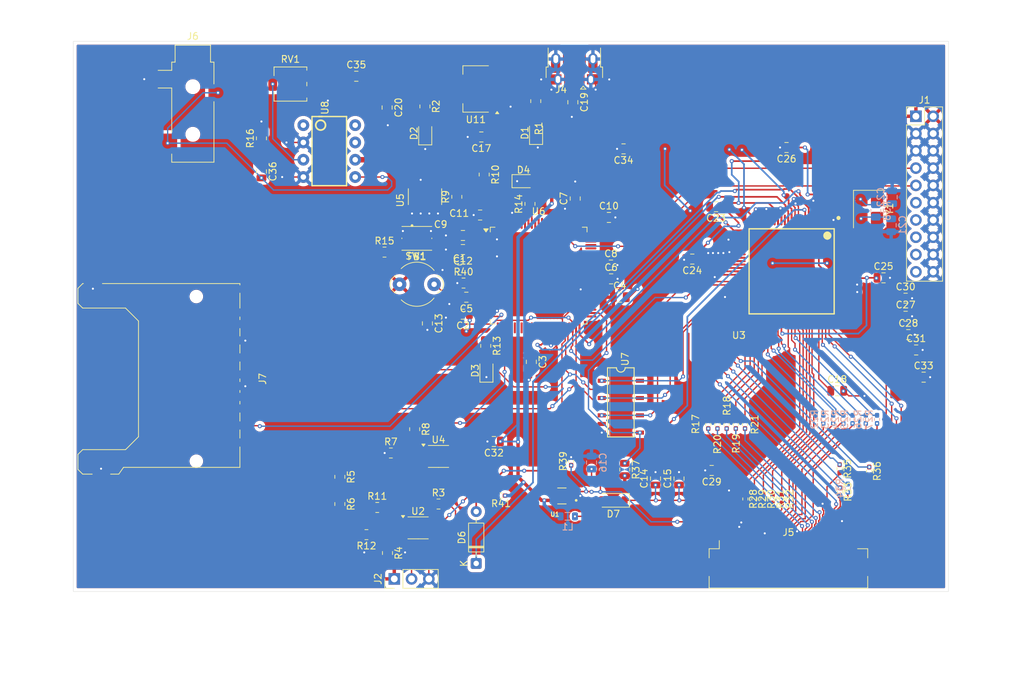
<source format=kicad_pcb>
(kicad_pcb (version 20241229) (generator "pcbnew") (generator_version "9.0")
  (layers (0 "F.Cu" signal) (2 "B.Cu" signal) (13 "F.Paste" user) (15 "B.Paste" user) (5 "F.SilkS" user "F.Silkscreen") (7 "B.SilkS" user "B.Silkscreen") (1 "F.Mask" user) (3 "B.Mask" user) (25 "Edge.Cuts" user))
  (net 0 "")
  (net 1 "/MCU/SWD_RESET")
  (net 2 "GND")
  (net 3 "+3.3V")
  (net 4 "+5V")
  (net 5 "Net-(D1-A)")
  (net 6 "Net-(D2-A)")
  (net 8 "/MCU/SWDIO")
  (net 11 "/MCU/SWCLK")
  (net 12 "/MCU/SW_RESET")
  (net 17 "Net-(U4-+)")
  (net 18 "Net-(U2--)")
  (net 19 "Net-(U2-+)")
  (net 20 "Net-(R11-Pad1)")
  (net 21 "Net-(U4--)")
  (net 22 "ADC_IN1")
  (net 23 "I2C1_SCL")
  (net 24 "I2C1_SDA")
  (net 31 "/MCU/VDDA")
  (net 34 "/MCU/VSSA")
  (net 38 "+24V")
  (net 41 "/Peripherals/LEDK")
  (net 44 "Net-(U3-ADC_VREF)")
  (net 49 "/Peripherals/X_1")
  (net 68 "/Peripherals/X_0")
  (net 71 "+1V5")
  (net 89 "Net-(D3-A)")
  (net 99 "Net-(D4-A)")
  (net 106 "Net-(J2-Pin_2)")
  (net 107 "/Peripherals/PWM0")
  (net 108 "Net-(D7-A)")
  (net 109 "/Peripherals/Y+")
  (net 110 "/Peripherals/G2")
  (net 112 "/Peripherals/PIXCLK")
  (net 113 "/Peripherals/G7")
  (net 114 "/Peripherals/ON{slash}OFF")
  (net 115 "/Peripherals/B5")
  (net 116 "/Peripherals/DE")
  (net 117 "/Peripherals/X+")
  (net 118 "/Peripherals/X-")
  (net 119 "/Peripherals/B3")
  (net 120 "/Peripherals/R7")
  (net 121 "/Peripherals/B7")
  (net 122 "/Peripherals/G5")
  (net 123 "/Peripherals/G6")
  (net 124 "/Peripherals/R3")
  (net 125 "/Peripherals/R5")
  (net 126 "/Peripherals/G3")
  (net 127 "/Peripherals/R6")
  (net 128 "/Peripherals/Y-")
  (net 129 "/Peripherals/G4")
  (net 130 "/Peripherals/R4")
  (net 131 "/Peripherals/B6")
  (net 132 "/Peripherals/VSYNC")
  (net 133 "/Peripherals/HSYNC")
  (net 134 "/Peripherals/B4")
  (net 135 "/MCU/LED1")
  (net 136 "/MCU/LED2")
  (net 137 "Net-(U3-PDAT0)")
  (net 138 "Net-(U3-PDAT2)")
  (net 139 "Net-(U3-PDAT3)")
  (net 140 "Net-(U3-PDAT1)")
  (net 141 "Net-(U3-PDAT4)")
  (net 142 "Net-(U3-PDAT5)")
  (net 143 "Net-(U3-PDAT6)")
  (net 144 "Net-(U3-PDAT7)")
  (net 145 "Net-(U3-PDAT8)")
  (net 146 "Net-(U3-PDAT9)")
  (net 147 "Net-(U3-PDAT10)")
  (net 148 "Net-(U3-PDAT11)")
  (net 149 "Net-(U3-PDAT12)")
  (net 150 "Net-(U3-PDAT13)")
  (net 151 "Net-(U3-PDAT14)")
  (net 152 "Net-(U3-PDAT15)")
  (net 153 "Net-(U3-HSYNC)")
  (net 154 "Net-(U3-VSYNC)")
  (net 155 "Net-(U3-PCLK)")
  (net 156 "Net-(U3-DE)")
  (net 157 "/MCU/RESET")
  (net 163 "/MCU/INT")
  (net 167 "/Peripherals/SPI_CS_3V")
  (net 169 "/Peripherals/SPI_CLK_3V")
  (net 170 "/MCU/WAIT")
  (net 185 "Net-(U3-~{RST})")
  (net 188 "/Peripherals/MOSI_3V")
  (net 190 "/MCU/CS")
  (net 197 "Net-(D6-A)")
  (net 198 "Net-(C35-Pad1)")
  (net 199 "Net-(C36-Pad1)")
  (net 200 "Net-(C36-Pad2)")
  (net 201 "Net-(U8-+)")
  (net 207 "+3V3")
  (net 208 "SPI_SCLK")
  (net 209 "SPI_MOSI")
  (net 210 "SPI_MISO")
  (net 211 "SPI_SSD")
  (footprint "Resistor_SMD:R_0402_1005Metric_Pad0.72x0.64mm_HandSolder" (layer "F.Cu") (at 198.4 111.6 90)
    (property "Reference" "R39")
    (property "Value" "10k")
  )
  (footprint "Resistor_SMD:R_0805_2012Metric" (layer "F.Cu") (at 152.89 64.1525 90)
    (property "Reference" "R16")
    (property "Value" "10 Ω")
  )
  (footprint "Resistor_SMD:R_0402_1005Metric_Pad0.72x0.64mm_HandSolder" (layer "F.Cu") (at 228 117.1475 -90)
    (property "Reference" "R31")
    (property "Value" "33")
  )
  (footprint "Resistor_SMD:R_0805_2012Metric" (layer "F.Cu") (at 171.41 125.0875 -90)
    (property "Reference" "R4")
    (property "Value" "1.9k")
  )
  (footprint "Capacitor_SMD:C_0805_2012Metric" (layer "F.Cu") (at 183 87.5 180)
    (property "Reference" "C5")
    (property "Value" ".1uF")
  )
  (footprint "TPS61169:SOT65P210X110-5N" (layer "F.Cu") (at 197.04 116.7 180)
    (property "Reference" "U1")
    (property "Value" "Boost Converter - TPS61169DCKR")
  )
  (footprint "Connector_PinHeader_2.54mm:PinHeader_1x03_P2.54mm_Vertical" (layer "F.Cu") (at 172.41 128.8925 90)
    (property "Reference" "J2")
    (property "Value" "Conn_01x03_Pin")
  )
  (footprint "Capacitor_SMD:C_0805_2012Metric" (layer "F.Cu") (at 247.55 90.3)
    (property "Reference" "C27")
    (property "Value" "1uF")
  )
  (footprint "Resistor_SMD:R_0805_2012Metric" (layer "F.Cu") (at 164.41 117.8925 -90)
    (property "Reference" "R6")
    (property "Value" "22k")
  )
  (footprint "Capacitor_SMD:C_0805_2012Metric" (layer "F.Cu") (at 177.275 91.35 -90)
    (property "Reference" "C13")
    (property "Value" "4.7uF")
  )
  (footprint "Capacitor_SMD:C_0805_2012Metric" (layer "F.Cu") (at 166.83 55.03)
    (property "Reference" "C35")
    (property "Value" "10 uF")
  )
  (footprint "Capacitor_SMD:C_0805_2012Metric" (layer "F.Cu") (at 182.5 80.5 180)
    (property "Reference" "C12")
    (property "Value" ".1uF")
  )
  (footprint "Connector_PinHeader_2.54mm:PinHeader_2x10_P2.54mm_Vertical" (layer "F.Cu") (at 249.06 60.91)
    (property "Reference" "J1")
    (property "Value" "Conn_ARM_JTAG_SWD_20")
  )
  (footprint "Library:LM386" (layer "F.Cu") (at 162.86 66.03 -90)
    (property "Reference" "U8")
    (property "Value" "LM386")
  )
  (footprint "LED_SMD:LED_0805_2012Metric" (layer "F.Cu") (at 185.95 98.3 90)
    (property "Reference" "D3")
    (property "Value" "LED")
  )
  (footprint "Capacitor_SMD:C_0805_2012Metric" (layer "F.Cu") (at 182 83.5)
    (property "Reference" "C1")
    (property "Value" "100n")
  )
  (footprint "Capacitor_SMD:C_0805_2012Metric" (layer "F.Cu") (at 247.55 87.65)
    (property "Reference" "C30")
    (property "Value" "0.1uF")
  )
  (footprint "Capacitor_SMD:C_0805_2012Metric" (layer "F.Cu") (at 216.2 81.9 180)
    (property "Reference" "C24")
    (property "Value" "0.1uF")
  )
  (footprint "Resistor_SMD:R_0805_2012Metric" (layer "F.Cu") (at 175.41 106.8925 -90)
    (property "Reference" "R8")
    (property "Value" "3.6k")
  )
  (footprint "Resistor_SMD:R_0805_2012Metric" (layer "F.Cu") (at 178.91 117.8925)
    (property "Reference" "R3")
    (property "Value" "1.9k")
  )
  (footprint "Resistor_SMD:R_0402_1005Metric_Pad0.72x0.64mm_HandSolder" (layer "F.Cu") (at 219.9 106.205 -90)
    (property "Reference" "R20")
    (property "Value" "33")
  )
  (footprint "Resistor_SMD:R_0402_1005Metric_Pad0.72x0.64mm_HandSolder" (layer "F.Cu") (at 224 117.1475 -90)
    (property "Reference" "R28")
    (property "Value" "33")
  )
  (footprint "Capacitor_SMD:C_0805_2012Metric" (layer "F.Cu") (at 219.7 74.2 180)
    (property "Reference" "C23")
    (property "Value" "0.1uF")
  )
  (footprint "Capacitor_SMD:C_0805_2012Metric" (layer "F.Cu") (at 185.025 75.425 180)
    (property "Reference" "C11")
    (property "Value" ".1uF")
  )
  (footprint "Capacitor_SMD:C_0805_2012Metric" (layer "F.Cu") (at 214.25 114.15 90)
    (property "Reference" "C15")
    (property "Value" "1uF")
  )
  (footprint "LED_SMD:LED_0805_2012Metric" (layer "F.Cu") (at 191.4 70.45)
    (property "Reference" "D4")
    (property "Value" "LED")
  )
  (footprint "LED_SMD:LED_0805_2012Metric" (layer "F.Cu") (at 176.96 63.4275 90)
    (property "Reference" "D2")
    (property "Value" "LED")
  )
  (footprint "Capacitor_SMD:C_0805_2012Metric" (layer "F.Cu") (at 199 73 90)
    (property "Reference" "C7")
    (property "Value" ".1uF")
  )
  (footprint "Capacitor_SMD:C_0805_2012Metric" (layer "F.Cu") (at 230.05 65.5 180)
    (property "Reference" "C26")
    (property "Value" "0.1uF")
  )
  (footprint "74HC4050:SO16" (layer "F.Cu") (at 205.7 102.95 -90)
    (property "Reference" "U7")
    (property "Value" "74HC4050D")
  )
  (footprint "Resistor_SMD:R_0805_2012Metric" (layer "F.Cu") (at 181.6 72.75 90)
    (property "Reference" "R9")
    (property "Value" "4.7k")
  )
  (footprint "Resistor_SMD:R_0805_2012Metric" (layer "F.Cu") (at 182.5875 85.425)
    (property "Reference" "R40")
    (property "Value" "0")
  )
  (footprint "Diode_SMD:D_SOD-123" (layer "F.Cu") (at 204.6 117.35 180)
    (property "Reference" "D7")
    (property "Value" "MBR0540")
  )
  (footprint "Capacitor_SMD:C_0805_2012Metric" (layer "F.Cu") (at 237.5 101.25)
    (property "Reference" "C18")
    (property "Value" "0.1uF")
  )
  (footprint "Connector_FFC-FPC:Hirose_FH12-40S-0.5SH_1x40-1MP_P0.50mm_Horizontal" (layer "F.Cu") (at 230.33 125.76)
    (property "Reference" "J5")
    (property "Value" "Out_to_display")
  )
  (footprint "EEProm Footprint:SOIC127P600X175-8N" (layer "F.Cu") (at 176.925 72.725 90)
    (property "Reference" "U5")
    (property "Value" "M24C64-WMN6TP")
  )
  (footprint "Diode_THT:D_DO-35_SOD27_P7.62mm_Horizontal" (layer "F.Cu") (at 184.45 126.62 90)
    (property "Reference" "D6")
    (property "Value" "1N4148")
  )
  (footprint "Resistor_SMD:R_0402_1005Metric_Pad0.72x0.64mm_HandSolder" (layer "F.Cu") (at 226.65 117.1475 -90)
    (property "Reference" "R30")
    (property "Value" "33")
  )
  (footprint "Resistor_SMD:R_0805_2012Metric" (layer "F.Cu") (at 193.2 58.6875 -90)
    (property "Reference" "R1")
    (property "Value" "220")
  )
  (footprint "Resistor_SMD:R_0402_1005Metric_Pad0.72x0.64mm_HandSolder" (layer "F.Cu") (at 237.9 116.0975 -90)
    (property "Reference" "R33")
    (property "Value" "33")
  )
  (footprint "Capacitor_SMD:C_0805_2012Metric" (layer "F.Cu") (at 244.3 84.65)
    (property "Reference" "C25")
    (property "Value" "0.1uF")
  )
  (footprint "Ferrite_THT:LairdTech_28C0236-0JW-10" (layer "F.Cu") (at 173.185 85.6)
    (property "Reference" "FB1")
    (property "Value" "FerriteBead")
  )
  (footprint "Capacitor_SMD:C_0805_2012Metric" (layer "F.Cu") (at 192.55 97 -90)
    (property "Reference" "C3")
    (property "Value" ".1uF")
  )
  (footprint "Resistor_SMD:R_0805_2012Metric" (layer "F.Cu") (at 170.975 80.875)
    (property "Reference" "R15")
    (property "Value" "10k")
  )
  (footprint "Resistor_SMD:R_0402_1005Metric_Pad0.72x0.64mm_HandSolder" (layer "F.Cu") (at 237.85 112.6975 -90)
    (property "Reference" "R35")
    (property "Value" "33")
  )
  (footprint "Button_Switch_SMD:SW_Push_1P1T_NO_Vertical_Wuerth_434133025816" (layer "F.Cu") (at 175.725 78.85 180)
    (property "Reference" "SW1")
    (property "Value" "SW_SPST")
  )
  (footprint "Resistor_SMD:R_0402_1005Metric_Pad0.72x0.64mm_HandSolder" (layer "F.Cu") (at 222.6 106.2025 -90)
    (property "Reference" "R19")
    (property "Value" "33")
  )
  (footprint "Capacitor_SMD:C_0805_2012Metric" (layer "F.Cu") (at 219.05 112.95 180)
    (property "Reference" "C29")
    (property "Value" "0.1uF")
  )
  (footprint "Connector_USB:USB_Micro-B_Amphenol_10103594-0001LF_Horizontal" (layer "F.Cu") (at 198.85 53.615 180)
    (property "Reference" "J4")
    (property "Value" "USB_B_Micro")
  )
  (footprint "Capacitor_SMD:C_0805_2012Metric" (layer "F.Cu") (at 206.1 65.7 180)
    (property "Reference" "C34")
    (property "Value" "0.1uF")
  )
  (footprint "Package_SO:VSSOP-8_3x3mm_P0.65mm" (layer "F.Cu") (at 178.91 110.8925)
    (property "Reference" "U4")
    (property "Value" "OPA196xDGK")
  )
  (footprint "Resistor_SMD:R_0805_2012Metric" (layer "F.Cu") (at 171.91 110.3925)
    (property "Reference" "R7")
    (property "Value" "1k")
  )
  (footprint "Capacitor_SMD:C_0805_2012Metric" (layer "F.Cu") (at 171.36 59.6275 -90)
    (property "Reference" "C20")
    (property "Value" "10u")
  )
  (footprint "Capacitor_SMD:C_0805_2012Metric" (layer "F.Cu") (at 182.5 90 180)
    (property "Reference" "C2")
    (property "Value" ".1uF")
  )
  (footprint "Resistor_SMD:R_0805_2012Metric" (layer "F.Cu") (at 192.35 73.7875 90)
    (property "Reference" "R14")
    (property "Value" "220")
  )
  (footprint "Capacitor_SMD:C_0805_2012Metric" (layer "F.Cu") (at 203.95 75.775)
    (property "Reference" "C10")
    (property "Value" ".1uF")
  )
  (footprint "Resistor_SMD:R_0805_2012Metric" (layer "F.Cu") (at 206.28 112.82 -90)
    (property "Reference" "R37")
    (property "Value" "10k")
  )
  (footprint "Potentiometer_SMD:Potentiometer_Bourns_3214G_Horizontal" (layer "F.Cu") (at 157.15 56.18)
    (property "Reference" "RV1")
    (property "Value" "R_Potentiometer_US")
  )
  (footprint "Resistor_SMD:R_0805_2012Metric" (layer "F.Cu") (at 176.91 59.465 -90)
    (property "Reference" "R2")
    (property "Value" "220")
  )
  (footprint "LED_SMD:LED_0805_2012Metric" (layer "F.Cu") (at 193.25 63.3625 90)
    (property "Reference" "D1")
    (property "Value" "LED")
  )
  (footprint "Connector_Card:SD_Kyocera_145638009211859+" (layer "F.Cu") (at 138.025 99.5 -90)
    (property "Reference" "J7")
    (property "Value" "SD_Card_Receptacle")
  )
  (footprint "Capacitor_SMD:C_0805_2012Metric" (layer "F.Cu") (at 187.05 108.7 180)
    (property "Reference" "C32")
    (property "Value" "10uF")
  )
  (footprint "Resistor_SMD:R_0402_1005Metric_Pad0.72x0.64mm_HandSolder" (layer "F.Cu") (at 242.2 113.05 -90)
    (property "Reference" "R36")
    (property "Value" "33")
  )
  (footprint "Capacitor_SMD:C_0805_2012Metric" (layer "F.Cu") (at 204.25 82.775)
    (property "Reference" "C8")
    (property "Value" ".1uF")
  )
  (footprint "Capacitor_SMD:C_0805_2012Metric" (layer "F.Cu") (at 204.275 84.8)
    (property "Reference" "C6")
    (property "Value" ".1uF")
  )
  (footprint "Connector_Audio:Jack_3.5mm_CUI_SJ-3523-SMT_Horizontal" (layer "F.Cu") (at 142.81 59.06)
    (property "Reference" "J6")
    (property "Value" "AudioJack3")
  )
  (footprint "ra8875:RA8875" (layer "F.Cu") (at 230.8 83.7 180)
    (property "Reference" "U3")
    (property "Value" "RA8875L3N")
  )
  (footprint "Capacitor_SMD:C_0805_2012Metric" (layer "F.Cu") (at 182.5 78.425 180)
    (property "Reference" "C9")
    (property "Value" ".1uF")
  )
  (footprint "Package_QFP:LQFP-100_14x14mm_P0.5mm" (layer "F.Cu") (at 193.625 84.325)
    (property "Reference" "U6")
    (property "Value" "STM32F469VETx")
  )
  (footprint "Capacitor_SMD:C_0805_2012Metric" (layer "F.Cu") (at 152.89 69.02 -90)
    (property "Reference" "C36")
    (property "Value" "0.1 uF")
  )
  (footprint "Resistor_SMD:R_0402_1005Metric_Pad0.72x0.64mm_HandSolder" (layer "F.Cu") (at 229.35 117.15 -90)
    (property "Reference" "R32")
    (property "Value" "33")
  )
  (footprint "Resistor_SMD:R_0402_1005Metric_Pad0.72x0.64mm_HandSolder" (layer "F.Cu") (at 221.25 106.2025 -90)
    (property "Reference" "R18")
    (property "Value" "33")
  )
  (footprint "Capacitor_SMD:C_0805_2012Metric" (layer "F.Cu") (at 198.65 58.85 -90)
    (property "Reference" "C19")
    (property "Value" "10u")
  )
  (footprint "Resistor_SMD:R_0402_1005Metric_Pad0.72x0.64mm_HandSolder" (layer "F.Cu") (at 223.95 106.2025 -90)
    (property "Reference" "R21")
    (property "Value" "33")
  )
  (footprint "Resistor_SMD:R_0402_1005Metric_Pad0.72x0.64mm_HandSolder" (layer "F.Cu") (at 218.55 106.205 -90)
    (property "Reference" "R17")
    (property "Value" "33")
  )
  (footprint "Resistor_SMD:R_0805_2012Metric" (layer "F.Cu") (at 169.91 118.3925)
    (property "Reference" "R11")
    (property "Value" "1.9k")
  )
  (footprint "Resistor_SMD:R_0805_2012Metric" (layer "F.Cu") (at 185.625 69.475 -90)
    (property "Reference" "R10")
    (property "Value" "4.7k")
  )
  (footprint "Capacitor_SMD:C_0805_2012Metric" (layer "F.Cu") (at 249.1 95.25)
    (property "Reference" "C31")
    (property "Value" ".01uF")
  )
  (footprint "Capacitor_SMD:C_0805_2012Metric" (layer "F.Cu") (at 185.2 63.95 180)
    (property "Reference" "C17")
    (property "Value" "4.7uF")
  )
  (footprint "Package_SO:VSSOP-8_3x3mm_P0.65mm" (layer "F.Cu") (at 175.91 121.3925)
    (property "Reference" "U2")
    (property "Value" "OPA196xDGK")
  )
  (footprint "Crystal:Crystal_SMD_3225-4Pin_3.2x2.5mm_HandSoldering" (layer "F.Cu") (at 242.2 74.55 -90)
    (property "Reference" "Y1")
    (property "Value" "20MHz")
  )
  (footprint "Resistor_SMD:R_0805_2012Metric" (layer "F.Cu") (at 164.41 113.8925 -90)
    (property "Reference" "R5")
    (property "Value" "22k")
  )
  (footprint "Resistor_SMD:R_0402_1005Metric_Pad0.72x0.64mm_HandSolder" (layer "F.Cu") (at 225.33 117.1475 -90)
    (property "Reference" "R29")
    (property "Value" "33")
  )
  (footprint "Capacitor_SMD:C_0805_2012Metric" (layer "F.Cu") (at 205.55 87.5)
    (property "Reference" "C4")
    (property "Value" ".1uF")
  )
  (footprint "Resistor_SMD:R_0805_2012Metric" (layer "F.Cu") (at 168.3225 122.3925 180)
    (property "Reference" "R12")
    (property "Value" "1.9k")
  )
  (footprint "Capacitor_SMD:C_0805_2012Metric" (layer "F.Cu") (at 250.2 99.25)
    (property "Reference" "C33")
    (property "Value" "0.1uF")
  )
  (footprint "Resistor_SMD:R_0805_2012Metric" (layer "F.Cu") (at 185.85 94.65 -90)
    (property "Reference" "R13")
    (property "Value" "220")
  )
  (footprint "Capacitor_SMD:C_0805_2012Metric" (layer "F.Cu") (at 210.8 114.15 90)
    (property "Reference" "C14")
    (property "Value" "1uF")
  )
  (footprint "Package_TO_SOT_SMD:SOT-223-3_TabPin2" (layer "F.Cu") (at 184.4 56.9 180)
    (property "Reference" "U11")
    (property "Value" "NCP1117-3.3_SOT223")
  )
  (footprint "Resistor_SMD:R_0402_1005Metric_Pad0.72x0.64mm_HandSolder" (layer "F.Cu") (at 188.1 116.65 180)
    (property "Reference" "R41")
    (property "Value" "10k")
  )
  (footprint "Capacitor_SMD:C_0805_2012Metric" (layer "F.Cu") (at 247.95 93)
    (property "Reference" "C28")
    (property "Value" "0.1uF")
  )
  (footprint "Resistor_SMD:R_0402_1005Metric_Pad0.72x0.64mm_HandSolder" (layer "B.Cu") (at 239.75 105.455 -90)
    (property "Reference" "R25")
    (property "Value" "33")
  )
  (footprint "Resistor_SMD:R_0402_1005Metric_Pad0.72x0.64mm_HandSolder" (layer "B.Cu") (at 235.45 105.45 -90)
    (property "Reference" "R22")
    (property "Value" "33")
  )
  (footprint "Capacitor_SMD:C_0805_2012Metric" (layer "B.Cu") (at 201.4 111.8 90)
    (property "Reference" "C16")
    (property "Value" "0.1uF")
  )
  (footprint "Resistor_SMD:R_0402_1005Metric_Pad0.72x0.64mm_HandSolder" (layer "B.Cu") (at 236.9 105.4525 -90)
    (property "Reference" "R23")
    (property "Value" "33")
  )
  (footprint "Resistor_SMD:R_0402_1005Metric_Pad0.72x0.64mm_HandSolder" (layer "B.Cu") (at 243.35 105.45 -90)
    (property "Reference" "R27")
    (property "Value" "33")
  )
  (footprint "Capacitor_SMD:C_0805_2012Metric" (layer "B.Cu") (at 245.575 72.8 -90)
    (property "Reference" "C22")
    (property "Value" "15pF")
  )
  (footprint "Resistor_SMD:R_0805_2012Metric" (layer "B.Cu") (at 243.175 74.8125 90)
    (property "Reference" "R38")
    (property "Value" "R")
  )
  (footprint "Inductor_SMD:L_0805_2012Metric" (layer "B.Cu") (at 197.9 119.7)
    (property "Reference" "L1")
    (property "Value" "6.8uH")
  )
  (footprint "Resistor_SMD:R_0402_1005Metric_Pad0.72x0.64mm_HandSolder" (layer "B.Cu") (at 241.7 105.45 -90)
    (property "Reference" "R26")
    (property "Value" "33")
  )
  (footprint "Capacitor_SMD:C_0805_2012Metric" (layer "B.Cu") (at 245.425 76.925 90)
    (property "Reference" "C21")
    (property "Value" "15pF")
  )
  (footprint "Resistor_SMD:R_0402_1005Metric_Pad0.72x0.64mm_HandSolder" (layer "B.Cu") (at 239.05 115.55 -90)
    (property "Reference" "R34")
    (property "Value" "33")
  )
  (footprint "Resistor_SMD:R_0402_1005Metric_Pad0.72x0.64mm_HandSolder" (layer "B.Cu") (at 238.4 105.45 -90)
    (property "Reference" "R24")
    (property "Value" "33")
  )
  (gr_rect (start 125.25 49.9) (end 253.85 130.75) (stroke (width 0.05)) (fill no) (layer "Edge.Cuts"))
  (segment (start 182.95 83.5) (end 181.3 81.85) (width 0.2) (layer "F.Cu") (net 1))
  (segment (start 179.725 81.85) (end 177.8 79.925) (width 0.2) (layer "F.Cu") (net 1))
  (segment (start 182.95 83.5) (end 183.125 83.325) (width 0.2) (layer "F.Cu") (net 1))
  (segment (start 181.3 81.85) (end 179.725 81.85) (width 0.2) (layer "F.Cu") (net 1))
  (segment (start 172.7 80.875) (end 173.65 79.925) (width 0.2) (layer "F.Cu") (net 1))
  (segment (start 173.65 79.925) (end 177.8 79.925) (width 0.2) (layer "F.Cu") (net 1))
  (segment (start 183.125 83.325) (end 185.95 83.325) (width 0.2) (layer "F.Cu") (net 1))
  (segment (start 171.8875 80.875) (end 172.7 80.875) (width 0.2) (layer "F.Cu") (net 1))
  (segment (start 238.08 121.52) (end 238.2 121.4) (width 0.2) (layer "F.Cu") (net 2))
  (segment (start 176 113.5) (end 176.7975 112.7025) (width 0.2) (layer "F.Cu") (net 2))
  (segment (start 223.25 87.2) (end 221.28 87.2) (width 0.2) (layer "F.Cu") (net 2))
  (segment (start 223.25 81.2) (end 221.98 81.2) (width 0.25) (layer "F.Cu") (net 2))
  (segment (start 139.11 55.46) (end 135.67 55.46) (width 0.2) (layer "F.Cu") (net 2))
  (segment (start 187.325 81.325) (end 185.95 81.325) (width 0.2) (layer "F.Cu") (net 2))
  (segment (start 189.725 75.1) (end 189.15 75.1) (width 0.2) (layer "F.Cu") (net 2))
  (segment (start 187.5 81.5) (end 187.325 81.325) (width 0.2) (layer "F.Cu") (net 2))
  (segment (start 238.35 87.2) (end 236.969166 87.2) (width 0.2) (layer "F.Cu") (net 2))
  (segment (start 208.15 86.3) (end 206.95 87.5) (width 0.2) (layer "F.Cu") (net 2))
  (segment (start 238.35 85.2) (end 239.98 85.2) (width 0.2) (layer "F.Cu") (net 2))
  (segment (start 234.3 73.63) (end 233.99 73.32) (width 0.2) (layer "F.Cu") (net 2))
  (segment (start 231.1 73.083884) (end 231.1 73.17) (width 0.2) (layer "F.Cu") (net 2))
  (segment (start 223.25 78.7) (end 221.86 78.7) (width 0.25) (layer "F.Cu") (net 2))
  (segment (start 224.8 78.7) (end 225 78.5) (width 0.25) (layer "F.Cu") (net 2))
  (segment (start 167.41 122.3925) (end 164.41 119.3925) (width 0.2) (layer "F.Cu") (net 2))
  (segment (start 152.89 63.24) (end 152.89 61.68) (width 0.2) (layer "F.Cu") (net 2))
  (segment (start 189.2 59.2) (end 187.55 59.2) (width 0.2) (layer "F.Cu") (net 2))
  (segment (start 221.6 121.56) (end 221.58 121.58) (width 0.2) (layer "F.Cu") (net 2))
  (segment (start 231.58 123.91) (end 231.58 121.92) (width 0.2) (layer "F.Cu") (net 2))
  (segment (start 183.2 63.95) (end 184.25 63.95) (width 0.2) (layer "F.Cu") (net 2))
  (segment (start 221.1 76.5) (end 221.05 76.5) (width 0.25) (layer "F.Cu") (net 2))
  (segment (start 234.3 76.93781) (end 234.3 76.15) (width 0.2) (layer "F.Cu") (net 2))
  (segment (start 201.3 86.325) (end 199.825 86.325) (width 0.2) (layer "F.Cu") (net 2))
  (segment (start 238.08 123.91) (end 238.08 121.52) (width 0.2) (layer "F.Cu") (net 2))
  (segment (start 231.58 121.92) (end 231.6 121.9) (width 0.2) (layer "F.Cu") (net 2))
  (segment (start 235.35 117.85) (end 235.35 118.700057) (width 0.2) (layer "F.Cu") (net 2))
  (segment (start 235.35 120.05) (end 235.341158 120.058842) (width 0.2) (layer "F.Cu") (net 2))
  (segment (start 197.645 52.5) (end 197.915 52.23) (width 0.2) (layer "F.Cu") (net 2))
  (segment (start 225.3 74.82) (end 225.54 74.58) (width 0.2) (layer "F.Cu") (net 2))
  (segment (start 223.25 84.2) (end 219.84 84.2) (width 0.25) (layer "F.Cu") (net 2))
  (segment (start 240.425 85.645) (end 240.45 85.67) (width 0.2) (layer "F.Cu") (net 2))
  (segment (start 235.341158 120.341514) (end 235.180097 120.502576) (width 0.2) (layer "F.Cu") (net 2))
  (segment (start 176.96 65.7275) (end 176.96 64.365) (width 0.2) (layer "F.Cu") (net 2))
  (segment (start 196.625 92.833824) (end 196.625 92) (width 0.2) (layer "F.Cu") (net 2))
  (segment (start 235.501 118.851057) (end 235.501 119.348943) (width 0.2) (layer "F.Cu") (net 2))
  (segment (start 193.5 65.5) (end 193.5 64.55) (width 0.2) (layer "F.Cu") (net 2))
  (segment (start 189.125 75.125) (end 189.125 76.65) (width 0.2) (layer "F.Cu") (net 2))
  (segment (start 239.2 102) (end 241.5 102) (width 0.2) (layer "F.Cu") (net 2))
  (segment (start 187.5 79) (end 187.325 78.825) (width 0.2) (layer "F.Cu") (net 2))
  (segment (start 230.87 73.89) (end 231.3 74.32) (width 0.2) (layer "F.Cu") (net 2))
  (segment (start 170.9975 110.3925) (end 170.9975 111.9975) (width 0.2) (layer "F.Cu") (net 2))
  (segment (start 195.5 57) (end 195.5 55.975) (width 0.2) (layer "F.Cu") (net 2))
  (segment (start 226.58 122.47) (end 226.85 122.2) (width 0.2) (layer "F.Cu") (net 2))
  (segment (start 222.58 121.42) (end 222.58 123.91) (width 0.2) (layer "F.Cu") (net 2))
  (segment (start 159.05 69.84) (end 155.94 69.84) (width 0.2) (layer "F.Cu") (net 2))
  (segment (start 161.37 57.33) (end 162.65 58.61) (width 0.2) (layer "F.Cu") (net 2))
  (segment (start 235.180097 120.502576) (end 235.180097 121.076904) (width 0.2) (layer "F.Cu") (net 2))
  (segment (start 221.58 121.58) (end 221.58 123.91) (width 0.2) (layer "F.Cu") (net 2))
  (segment (start 193.5 64.55) (end 193.25 64.3) (width 0.2) (layer "F.Cu") (net 2))
  (segment (start 180 78.425) (end 181.55 78.425) (width 0.2) (layer "F.Cu") (net 2))
  (segment (start 229.3 74.59) (end 229.16 74.45) (width 0.25) (layer "F.Cu") (net 2))
  (segment (start 167.41 124.41) (end 168 125) (width 0.2) (layer "F.Cu") (net 2))
  (segment (start 233.98681 77.251) (end 234.3 76.93781) (width 0.2) (layer "F.Cu") (net 2))
  (segment (start 234.3 76.15) (end 234.3 73.63) (width 0.2) (layer "F.Cu") (net 2))
  (segment (start 235.35 119.499943) (end 235.35 120.05) (width 0.2) (layer "F.Cu") (net 2))
  (segment (start 180.5 88.5) (end 181.05 88.5) (width 0.2) (layer "F.Cu") (net 2))
  (segment (start 177.5 126) (end 177.49 126.01) (width 0.2) (layer "F.Cu") (net 2))
  (segment (start 221.86 78.7) (end 221.52 79.04) (width 0.25) (layer "F.Cu") (net 2))
  (segment (start 220.93 82.7) (end 219.24 81.01) (width 0.25) (layer "F.Cu") (net 2))
  (segment (start 226.62219 74.54) (end 227.08 74.54) (width 0.2) (layer "F.Cu") (net 2))
  (segment (start 180 80.5) (end 181.55 80.5) (width 0.2) (layer "F.Cu") (net 2))
  (segment (start 223.58 120.78) (end 223.58 123.91) (width 0.2) (layer "F.Cu") (net 2))
  (segment (start 225 78) (end 224.7 77.7) (width 0.25) (layer "F.Cu") (net 2))
  (segment (start 229.3 76.15) (end 229.3 74.59) (width 0.25) (layer "F.Cu") (net 2))
  (segment (start 221.05 76.5) (end 218.75 74.2) (width 0.25) (layer "F.Cu") (net 2))
  (segment (start 234 90.124) (end 234.045166 90.124) (width 0.25) (layer "F.Cu") (net 2))
  (segment (start 189.5 59.5) (end 189.2 59.2) (width 0.2) (layer "F.Cu") (net 2))
  (segment (start 223.25 82.7) (end 220.93 82.7) (width 0.25) (layer "F.Cu") (net 2))
  (segment (start 221.28 87.2) (end 221.01 87.47) (width 0.2) (layer "F.Cu") (net 2))
  (segment (start 223.1 121.25) (end 223.1 122.01) (width 0.2) (layer "F.Cu") (net 2))
  (segment (start 231.1 73.17) (end 230.87 73.4) (width 0.2) (layer "F.Cu") (net 2))
  (segment (start 195.458824 94.552646) (end 195.458824 94) (width 0.2) (layer "F.Cu") (net 2))
  (segment (start 202 55.755) (end 201.725 55.48) (width 0.2) (layer "F.Cu") (net 2))
  (segment (start 199.835 52.23) (end 200.405 52.23) (width 0.2) (layer "F.Cu") (net 2))
  (segment (start 181.05 90.5) (end 181.55 90) (width 0.2) (layer "F.Cu") (net 2))
  (segment (start 231.8 74.151826) (end 231.368081 73.719907) (width 0.2) (layer "F.Cu") (net 2))
  (segment (start 174 125) (end 174 124.5) (width 0.2) (layer "F.Cu") (net 2))
  (segment (start 221.6 115.9) (end 221.6 121.56) (width 0.2) (layer "F.Cu") (net 2))
  (segment (start 234.3 90.378834) (end 234.3 91.25) (width 0.25) (layer "F.Cu") (net 2))
  (segment (start 227.08 122.43) (end 226.85 122.2) (width 0.2) (layer "F.Cu") (net 2))
  (segment (start 235.501 119.348943) (end 235.35 119.499943) (width 0.2) (layer "F.Cu") (net 2))
  (segment (start 220.046554 82.523446) (end 218.54 81.016892) (width 0.25) (layer "F.Cu") (net 2))
  (segment (start 238.2 121.4) (end 238.2 120.4) (width 0.2) (layer "F.Cu") (net 2))
  (segment (start 231.3 74.32) (end 231.3 76.15) (width 0.2) (layer "F.Cu") (net 2))
  (segment (start 225.3 76.15) (end 225.3 74.82) (width 0.2) (layer "F.Cu") (net 2))
  (segment (start 232.61319 77.251) (end 233.98681 77.251) (width 0.2) (layer "F.Cu") (net 2))
  (segment (start 189.15 75.1) (end 189.125 75.125) (width 0.2) (layer "F.Cu") (net 2))
  (segment (start 218.54 81.016892) (end 218.54 81.01) (width 0.25) (layer "F.Cu") (net 2))
  (segment (start 220.723108 83.2) (end 220.046554 82.523446) (width 0.25) (layer "F.Cu") (net 2))
  (segment (start 234.980097 121.276904) (end 234.980097 121.755825) (width 0.2) (layer "F.Cu") (net 2))
  (segment (start 232.3 76.93781) (end 232.61319 77.251) (width 0.2) (layer "F.Cu") (net 2))
  (segment (start 223.25 78.7) (end 224.8 78.7) (width 0.25) (layer "F.Cu") (net 2))
  (segment (start 223.25 77.7) (end 222.3 77.7) (width 0.25) (layer "F.Cu") (net 2))
  (segment (start 230.87 73.4) (end 230.87 73.89) (width 0.2) (layer "F.Cu") (net 2))
  (segment (start 192.55 97.95) (end 192.55 99.26) (width 0.25) (layer "F.Cu") (net 2))
  (segment (start 225.8 76.15) (end 225.8 75.36219) (width 0.2) (layer "F.Cu") (net 2))
  (segment (start 221.2 82.2) (end 220.01 81.01) (width 0.25) (layer "F.Cu") (net 2))
  (segment (start 204 54.5) (end 203.68 54.18) (width 0.2) (layer "F.Cu") (net 2))
  (segment (start 192.55 99.26) (end 192.17 99.64) (width 0.25) (layer "F.Cu") (net 2))
  (segment (start 234.045166 90.124) (end 234.3 90.378834) (width 0.25) (layer "F.Cu") (net 2))
  (segment (start 222.75 121.25) (end 222.58 121.42) (width 0.2) (layer "F.Cu") (net 2))
  (segment (start 194 55.5) (end 195.975 55.5) (width 0.2) (layer "F.Cu") (net 2))
  (segment (start 239.98 87.2) (end 240.44 86.74) (width 0.2) (layer "F.Cu") (net 2))
  (segment (start 223.25 81.7) (end 221.46 81.7) (width 0.25) (layer "F.Cu") (net 2))
  (segment (start 170.9975 111.9975) (end 172.5 113.5) (width 0.2) (layer "F.Cu") (net 2))
  (segment (start 231.08 122.42) (end 231.6 121.9) (width 0.2) (layer "F.Cu") (net 2))
  (segment (start 226.58 123.91) (end 226.58 122.47) (width 0.2) (layer "F.Cu") (net 2))
  (segment (start 198.5 59.95) (end 198.65 59.8) (width 0.2) (layer "F.Cu") (net 2))
  (segment (start 187.325 89.325) (end 185.95 89.325) (width 0.2) (layer "F.Cu") (net 2))
  (segment (start 227.08 123.91) (end 227.08 122.43) (width 0.2) (layer "F.Cu") (net 2))
  (segment (start 235.341158 120.058842) (end 235.341158 120.341514) (width 0.2) (layer "F.Cu") (net 2))
  (segment (start 197.5 74.5) (end 198.625 75.625) (width 0.2) (layer "F.Cu") (net 2))
  (segment (start 230.58 122.92) (end 231.6 121.9) (width 0.2) (layer "F.Cu") (net 2))
  (segment (start 198 116.7) (end 199.75 116.7) (width 0.25) (layer "F.Cu") (net 2))
  (segment (start 196.575 55.38) (end 196.455 55.5) (width 0.2) (layer "F.Cu") (net 2))
  (segment (start 181.05 88.5) (end 182.05 87.5) (width 0.2) (layer "F.Cu") (net 2))
  (segment (start 174 124.5) (end 173.7975 124.2975) (width 0.2) (layer "F.Cu") (net 2))
  (segment (start 197.575 55.38) (end 196.575 55.38) (width 0.2) (layer "F.Cu") (net 2))
  (segment (start 202 57) (end 202 55.755) (width 0.2) (layer "F.Cu") (net 2))
  (segment (start 219.84 84.2) (end 219.5 84.54) (width 0.25) (layer "F.Cu") (net 2))
  (segment (start 231.8 76.15) (end 231.8 74.151826) (width 0.2) (layer "F.Cu") (net 2))
  (segment (start 236.969166 87.2) (end 234.045166 90.124) (width 0.2) (layer "F.Cu") (net 2))
  (segment (start 234.980097 121.755825) (end 234.58 122.155922) (width 0.2) (layer "F.Cu") (net 2))
  (segment (start 164.41 119.3925) (end 164.41 118.805) (width 0.2) (layer "F.Cu") (net 2))
  (segment (start 227.08 123.7) (end 227.12 123.66) (width 0.2) (layer "F.Cu") (net 2))
  (segment (start 225.8 75.36219) (end 226.62219 74.54) (width 0.2) (layer "F.Cu") (net 2))
  (segment (start 195.458824 94) (end 196.625 92.833824) (width 0.2) (layer "F.Cu") (net 2))
  (segment (start 159.05 64.76) (end 156.57 64.76) (width 0.2) (layer "F.Cu") (net 2))
  (segment (start 232.3 76.15) (end 232.3 76.93781) (width 0.2) (layer "F.Cu") (net 2))
  (segment (start 203.68 54.18) (end 201.825 54.18) (width 0.2) (layer "F.Cu") (net 2))
  (segment (start 172.5 113.5) (end 176 113.5) (width 0.2) (layer "F.Cu") (net 2))
  (segment (start 171.46 60.6775) (end 171.36 60.5775) (width 0.2) (layer "F.Cu") (net 2))
  (segment (start 224.7 77.7) (end 223.25 77.7) (width 0.25) (layer "F.Cu") (net 2))
  (segment (start 221.98 81.2) (end 221.65 80.87) (width 0.25) (layer "F.Cu") (net 2))
  (segment (start 235.35 118.700057) (end 235.501 118.851057) (width 0.2) (layer "F.Cu") (net 2))
  (segment (start 225 78.5) (end 225 78) (width 0.25) (layer "F.Cu") (net 2))
  (segment (start 231.117649 73.066235) (end 231.1 73.083884) (width 0.2) (layer "F.Cu") (net 2))
  (segment (start 239.98 85.2) (end 240.425 85.645) (width 0.2) (layer "F.Cu") (net 2))
  (segment (start 174 125) (end 176.5 125) (width 0.2) (layer "F.Cu") (net 2))
  (segment (start 159.75 57.33) (end 161.37 57.33) (width 0.2) (layer "F.Cu") (net 2))
  (segment (start 230.58 123.91) (end 230.58 122.92) (width 0.2) (layer "F.Cu") (net 2))
  (segment (start 223.1 122.01) (end 223.08 122.03) (width 0.2) (layer "F.Cu") (net 2))
  (segment (start 180 90.5) (end 181.05 90.5) (width 0.2) (layer "F.Cu") (net 2))
  (segment (start 238.35 87.2) (end 239.98 87.2) (width 0.2) (layer "F.Cu") (net 2))
  (segment (start 206.95 87.5) (end 206.5 87.5) (width 0.2) (layer "F.Cu") (net 2))
  (segment (start 176.7975 112.7025) (end 176.7975 111.8675) (width 0.2) (layer "F.Cu") (net 2))
  (segment (start 223.25 82.2) (end 221.2 82.2) (width 0.25) (layer "F.Cu") (net 2))
  (segment (start 222.3 77.7) (end 221.1 76.5) (width 0.25) (layer "F.Cu") (net 2))
  (segment (start 223.08 122.03) (end 223.08 123.91) (width 0.2) (layer "F.Cu") (net 2))
  (segment (start 223.1 121.25) (end 222.75 121.25) (width 0.2) (layer "F.Cu") (net 2))
  (segment (start 235.180097 121.076904) (end 234.980097 121.276904) (width 0.2) (layer "F.Cu") (net 2))
  (segment (start 198.625 75.625) (end 198.625 76.65) (width 0.2) (layer "F.Cu") (net 2))
  (segment (start 229.8 90.426834) (end 230.102834 90.124) (width 0.25) (layer "F.Cu") (net 2))
  (segment (start 187.5 89.5) (end 187.325 89.325) (width 0.2) (layer "F.Cu") (net 2))
  (segment (start 221.46 81.7) (end 220.77 81.01) (width 0.25) (layer "F.Cu") (net 2))
  (segment (start 195.430735 94.580735) (end 195.458824 94.552646) (width 0.2) (layer "F.Cu") (net 2))
  (segment (start 173.7975 124.2975) (end 173.7975 122.3675) (width 0.2) (layer "F.Cu") (net 2))
  (segment (start 238.45 101.25) (end 239.2 102) (width 0.2) (layer "F.Cu") (net 2))
  (segment (start 171.46 62.2275) (end 171.46 60.6775) (width 0.2) (layer "F.Cu") (net 2))
  (segment (start 229.8 91.25) (end 229.8 90.426834) (width 0.25) (layer "F.Cu") (net 2))
  (segment (start 195.5 55.975) (end 195.975 55.5) (width 0.2) (layer "F.Cu") (net 2))
  (segment (start 176.5 125) (end 177.5 126) (width 0.2) (layer "F.Cu") (net 2))
  (segment (start 234.58 122.155922) (end 234.58 123.91) (width 0.2) (layer "F.Cu") (net 2))
  (segment (start 223.25 83.2) (end 220.723108 83.2) (width 0.25) (layer "F.Cu") (net 2))
  (segment (start 177.49 126.01) (end 177.49 128.8925) (width 0.2) (layer "F.Cu") (net 2))
  (segment (start 230.102834 90.124) (end 234 90.124) (width 0.25) (layer "F.Cu") (net 2))
  (segment (start 199 72.05) (end 199 70.5) (width 0.2) (layer "F.Cu") (net 2))
  (segment (start 223.4 120.6) (end 223.58 120.78) (width 0.2) (layer "F.Cu") (net 2))
  (segment (start 199.825 86.325) (end 199.8 86.35) (width 0.2) (layer "F.Cu") (net 2))
  (segment (start 231.08 123.91) (end 231.08 122.42) (width 0.2) (layer "F.Cu") (net 2))
  (segment (start 200.405 52.23) (end 201.605 53.43) (width 0.2) (layer "F.Cu") (net 2))
  (segment (start 179.5 83.5) (end 181.05 83.5) (width 0.2) (layer "F.Cu") (net 2))
  (segment (start 167.41 122.3925) (end 167.41 124.41) (width 0.2) (layer "F.Cu") (net 2))
  (segment (start 202 56) (end 201.725 55.725) (width 0.2) (layer "F.Cu") (net 2))
  (segment (start 196.145 52.5) (end 197.645 52.5) (width 0.2) (layer "F.Cu") (net 2))
  (segment (start 204 55.5) (end 204 54.5) (width 0.2) (layer "F.Cu") (net 2))
  (segment (start 187.325 78.825) (end 185.95 78.825) (width 0.2) (layer "F.Cu") (net 2))
  (segment (start 198.5 61) (end 198.5 59.95) (width 0.2) (layer "F.Cu") (net 2))
  (via (at 187.5 79) (size 0.6) (drill 0.3) (layers "F.Cu" "B.Cu") (net 2))
  (via (at 219.24 81.01) (size 0.6) (drill 0.3) (layers "F.Cu" "B.Cu") (net 2))
  (via (at 220.01 81.01) (size 0.6) (drill 0.3) (layers "F.Cu" "B.Cu") (net 2))
  (via (at 229.16 74.45) (size 0.6) (drill 0.3) (layers "F.Cu" "B.Cu") (net 2))
  (via (at 248.5 90.3) (size 0.6) (drill 0.3) (layers "F.Cu" "B.Cu") (net 2))
  (via (at 178.83 75.2) (size 0.6) (drill 0.3) (layers "F.Cu" "B.Cu") (net 2))
  (via (at 240.425 85.645) (size 0.6) (drill 0.3) (layers "F.Cu" "B.Cu") (net 2))
  (via (at 168 125) (size 0.6) (drill 0.3) (layers "F.Cu" "B.Cu") (net 2))
  (via (at 236.95 76.15) (size 0.6) (drill 0.3) (layers "F.Cu" "B.Cu") (net 2))
  (via (at 190.4625 70.45) (size 0.6) (drill 0.3) (layers "F.Cu" "B.Cu") (net 2))
  (via (at 231.117649 73.066235) (size 0.6) (drill 0.3) (layers "F.Cu" "B.Cu") (net 2))
  (via (at 198.5 61) (size 0.6) (drill 0.3) (layers "F.Cu" "B.Cu") (net 2))
  (via (at 174 125) (size 0.6) (drill 0.3) (layers "F.Cu" "B.Cu") (net 2))
  (via (at 180 78.425) (size 0.6) (drill 0.3) (layers "F.Cu" "B.Cu") (net 2))
  (via (at 185.95 99.2375) (size 0.6) (drill 0.3) (layers "F.Cu" "B.Cu") (net 2))
  (via (at 210.8 113.2) (size 0.6) (drill 0.3) (layers "F.Cu" "B.Cu") (net 2))
  (via (at 175.02 75.2) (size 0.6) (drill 0.3) (layers "F.Cu" "B.Cu") (net 2))
  (via (at 214.25 113.2) (size 0.6) (drill 0.3) (layers "F.Cu" "B.Cu") (net 2))
  (via (at 162.65 58.61) (size 0.6) (drill 0.3) (layers "F.Cu" "B.Cu") (net 2))
  (via (at 231.368081 73.719907) (size 0.6) (drill 0.3) (layers "F.Cu" "B.Cu") (net 2))
  (via (at 248.5 87.65) (size 0.6) (drill 0.3) (layers "F.Cu" "B.Cu") (net 2))
  (via (at 199.75 116.7) (size 0.6) (drill 0.3) (layers "F.Cu" "B.Cu") (net 2))
  (via (at 195.5 57) (size 0.6) (drill 0.3) (layers "F.Cu" "B.Cu") (net 2))
  (via (at 205.225 84.8) (size 0.6) (drill 0.3) (layers "F.Cu" "B.Cu") (net 2))
  (via (at 195.430735 94.580735) (size 0.6) (drill 0.3) (layers "F.Cu" "B.Cu") (net 2))
  (via (at 245.25 84.65) (size 0.6) (drill 0.3) (layers "F.Cu" "B.Cu") (net 2))
  (via (at 180 90.5) (size 0.6) (drill 0.3) (layers "F.Cu" "B.Cu") (net 2))
  (via (at 221.52 79.04) (size 0.6) (drill 0.3) (layers "F.Cu" "B.Cu") (net 2))
  (via (at 187.5 81.5) (size 0.6) (drill 0.3) (layers "F.Cu" "B.Cu") (net 2))
  (via (at 241.5 102) (size 0.6) (drill 0.3) (layers "F.Cu" "B.Cu") (net 2))
  (via (at 202 57) (size 0.6) (drill 0.3) (layers "F.Cu" "B.Cu") (net 2))
  (via (at 180.5 88.5) (size 0.6) (drill 0.3) (layers "F.Cu" "B.Cu") (net 2))
  (via (at 226.85 122.2) (size 0.6) (drill 0.3) (layers "F.Cu" "B.Cu") (net 2))
  (via (at 192.17 99.64) (size 0.6) (drill 0.3) (layers "F.Cu" "B.Cu") (net 2))
  (via (at 179.5 83.5) (size 0.6) (drill 0.3) (layers "F.Cu" "B.Cu") (net 2))
  (via (at 180 80.5) (size 0.6) (drill 0.3) (layers "F.Cu" "B.Cu") (net 2))
  (via (at 248.9 93) (size 0.6) (drill 0.3) (layers "F.Cu" "B.Cu") (net 2))
  (via (at 202.9 107.395) (size 0.6) (drill 0.3) (layers "F.Cu" "B.Cu") (net 2))
  (via (at 219.5 84.54) (size 0.6) (drill 0.3) (layers "F.Cu" "B.Cu") (net 2))
  (via (at 176.29 70.25) (size 0.6) (drill 0.3) (layers "F.Cu" "B.Cu") (net 2))
  (via (at 205.15 65.7) (size 0.6) (drill 0.3) (layers "F.Cu" "B.Cu") (net 2))
  (via (at 221.6 115.9) (size 0.6) (drill 0.3) (layers "F.Cu" "B.Cu") (net 2))
  (via (at 176.29 75.2) (size 0.6) (drill 0.3) (layers "F.Cu" "B.Cu") (net 2))
  (via (at 193.5 65.5) (size 0.6) (drill 0.3) (layers "F.Cu" "B.Cu") (net 2))
  (via (at 189.725 75.1) (size 0.6) (drill 0.3) (layers "F.Cu" "B.Cu") (net 2))
  (via (at 231.6 121.9) (size 0.6) (drill 0.3) (layers "F.Cu" "B.Cu") (net 2))
  (via (at 221.1 76.5) (size 0.6) (drill 0.3) (layers "F.Cu" "B.Cu") (net 2))
  (via (at 218.54 81.01) (size 0.6) (drill 0.3) (layers "F.Cu" "B.Cu") (net 2))
  (via (at 183.2 63.95) (size 0.6) (drill 0.3) (layers "F.Cu" "B.Cu") (net 2))
  (via (at 173.675 77.775) (size 0.6) (drill 0.3) (layers "F.Cu" "B.Cu") (net 2))
  (via (at 205.2 82.775) (size 0.6) (drill 0.3) (layers "F.Cu" "B.Cu") (net 2))
  (via (at 221.01 87.47) (size 0.6) (drill 0.3) (layers "F.Cu" "B.Cu") (net 2))
  (via (at 204 55.5) (size 0.6) (drill 0.3) (layers "F.Cu" "B.Cu") (net 2))
  (via (at 199.8 86.35) (size 0.6) (drill 0.3) (layers "F.Cu" "B.Cu") (net 2))
  (via (at 194 55.5) (size 0.6) (drill 0.3) (layers "F.Cu" "B.Cu") (net 2))
  (via (at 129.325 112.7) (size 0.6) (drill 0.3) (layers "F.Cu" "B.Cu") (net 2))
  (via (at 189.5 59.5) (size 0.6) (drill 0.3) (layers "F.Cu" "B.Cu") (net 2))
  (via (at 128.125 86.25) (size 0.6) (drill 0.3) (layers "F.Cu" "B.Cu") (net 2))
  (via (at 220.77 81.01) (size 0.6) (drill 0.3) (layers "F.Cu" "B.Cu") (net 2))
  (via (at 150.525 100.58) (size 0.6) (drill 0.3) (layers "F.Cu" "B.Cu") (net 2))
  (via (at 156.57 64.76) (size 0.6) (drill 0.3) (layers "F.Cu" "B.Cu") (net 2))
  (via (at 186.1 108.7) (size 0.6) (drill 0.3) (layers "F.Cu" "B.Cu") (net 2))
  (via (at 221.65 80.87) (size 0.6) (drill 0.3) (layers "F.Cu" "B.Cu") (net 2))
  (via (at 204.9 75.775) (size 0.6) (drill 0.3) (layers "F.Cu" "B.Cu") (net 2))
  (via (at 184.075 75.425) (size 0.6) (drill 0.3) (layers "F.Cu" "B.Cu") (net 2))
  (via (at 227.08 74.54) (size 0.6) (drill 0.3) (layers "F.Cu" "B.Cu") (net 2))
  (via (at 197.5 74.5) (size 0.6) (drill 0.3) (layers "F.Cu" "B.Cu") (net 2))
  (via (at 225.54 74.58) (size 0.6) (drill 0.3) (layers "F.Cu" "B.Cu") (net 2))
  (via (at 238.2 120.4) (size 0.6) (drill 0.3) (layers "F.Cu" "B.Cu") (net 2))
  (via (at 198.4 111.0025) (size 0.6) (drill 0.3) (layers "F.Cu" "B.Cu") (net 2))
  (via (at 187.5 89.5) (size 0.6) (drill 0.3) (layers "F.Cu" "B.Cu") (net 2))
  (via (at 223.4 120.6) (size 0.6) (drill 0.3) (layers "F.Cu" "B.Cu") (net 2))
  (via (at 208.15 86.3) (size 0.6) (drill 0.3) (layers "F.Cu" "B.Cu") (net 2))
  (via (at 170.9975 110.3925) (size 0.6) (drill 0.3) (layers "F.Cu" "B.Cu") (net 2))
  (via (at 155.94 69.84) (size 0.6) (drill 0.3) (layers "F.Cu" "B.Cu") (net 2))
  (via (at 250.05 95.25) (size 0.6) (drill 0.3) (layers "F.Cu" "B.Cu") (net 2))
  (via (at 235.35 117.85) (size 0.6) (drill 0.3) (layers "F.Cu" "B.Cu") (net 2))
  (via (at 233.99 73.32) (size 0.6) (drill 0.3) (layers "F.Cu" "B.Cu") (net 2))
  (via (at 181.675 85.425) (size 0.6) (drill 0.3) (layers "F.Cu" "B.Cu") (net 2))
  (via (at 251.15 99.25) (size 0.6) (drill 0.3) (layers "F.Cu" "B.Cu") (net 2))
  (via (at 150.525 93.88) (size 0.6) (drill 0.3) (layers "F.Cu" "B.Cu") (net 2))
  (via (at 177.8 77.775) (size 0.6) (drill 0.3) (layers "F.Cu" "B.Cu") (net 2))
  (via (at 177.275 92.3) (size 0.6) (drill 0.3) (layers "F.Cu" "B.Cu") (net 2))
  (via (at 215 82) (size 0.6) (drill 0.3) (layers "F.Cu" "B.Cu") (net 2))
  (via (at 177.56 75.2) (size 0.6) (drill 0.3) (layers "F.Cu" "B.Cu") (net 2))
  (via (at 238.406091 101.293909) (size 0.6) (drill 0.3) (layers "F.Cu" "B.Cu") (net 2))
  (via (at 240.44 86.74) (size 0.6) (drill 0.3) (layers "F.Cu" "B.Cu") (net 2))
  (via (at 171.46 62.2275) (size 0.6) (drill 0.3) (layers "F.Cu" "B.Cu") (net 2))
  (via (at 229.1 65.5) (size 0.6) (drill 0.3) (layers "F.Cu" "B.Cu") (net 2))
  (via (at 152.89 61.68) (size 0.6) (drill 0.3) (layers "F.Cu" "B.Cu") (net 2))
  (via (at 176.96 65.7275) (size 0.6) (drill 0.3) (layers "F.Cu" "B.Cu") (net 2))
  (via (at 199 70.5) (size 0.6) (drill 0.3) (layers "F.Cu" "B.Cu") (net 2))
  (via (at 135.67 55.46) (size 0.6) (drill 0.3) (layers "F.Cu" "B.Cu") (net 2))
  (via (at 223.1 121.25) (size 0.6) (drill 0.3) (layers "F.Cu" "B.Cu") (net 2))
  (via (at 218.1 112.95) (size 0.6) (drill 0.3) (layers "F.Cu" "B.Cu") (net 2))
  (segment (start 243.5 104) (end 244 104) (width 0.2) (layer "B.Cu") (net 2))
  (segment (start 168 125) (end 174 125) (width 0.2) (layer "B.Cu") (net 2))
  (segment (start 244 104) (end 244.5 104.5) (width 0.2) (layer "B.Cu") (net 2))
  (segment (start 241.5 102) (end 243.5 104) (width 0.2) (layer "B.Cu") (net 2))
  (segment (start 230.3 94.8) (end 230.5 95) (width 0.2) (layer "F.Cu") (net 3))
  (segment (start 203.775 88.325) (end 201.3 88.325) (width 0.2) (layer "F.Cu") (net 3))
  (segment (start 221.55 65.7) (end 221.65 65.8) (width 0.25) (layer "F.Cu") (net 3))
  (segment (start 183.45 78.425) (end 184.35 79.325) (width 0.2) (layer "F.Cu") (net 3))
  (segment (start 197.125 92) (end 197.125 93.735) (width 0.2) (layer "F.Cu") (net 3))
  (segment (start 183.625 89.825) (end 185.95 89.825) (width 0.2) (layer "F.Cu") (net 3))
  (segment (start 241.6 91.55) (end 241.6 91.6) (width 0.25) (layer "F.Cu") (net 3))
  (segment (start 247.05 95.25) (end 248.15 95.25) (width 0.25) (layer "F.Cu") (net 3))
  (segment (start 196.17 94.69) (end 194.81 96.05) (width 0.2) (layer "F.Cu") (net 3))
  (segment (start 186.4 75.425) (end 185.975 75.425) (width 0.2) (layer "F.Cu") (net 3))
  (segment (start 176.135 58.5525) (end 176.01 58.6775) (width 0.2) (layer "F.Cu") (net 3))
  (segment (start 199.125 74.075) (end 199 73.95) (width 0.2) (layer "F.Cu") (net 3))
  (segment (start 241.6 91.6) (end 249.25 99.25) (width 0.25) (layer "F.Cu") (net 3))
  (segment (start 196.17 94.69) (end 196.19 94.69) (width 0.2) (layer "F.Cu") (net 3))
  (segment (start 238.35 88.2) (end 243.7 88.2) (width 0.25) (layer "F.Cu") (net 3))
  (segment (start 230.5 95) (end 230.5 96) (width 0.2) (layer "F.Cu") (net 3))
  (segment (start 230.360058 74.095356) (end 230.360058 73.210058) (width 0.25) (layer "F.Cu") (net 3))
  (segment (start 184.775 81.825) (end 185.95 81.825) (width 0.2) (layer "F.Cu") (net 3))
  (segment (start 222.7 119.85) (end 222.7 114.25) (width 0.25) (layer "F.Cu") (net 3))
  (segment (start 203.3 84.825) (end 203.325 84.8) (width 0.2) (layer "F.Cu") (net 3))
  (segment (start 201.3 84.825) (end 203.3 84.825) (width 0.2) (layer "F.Cu") (net 3))
  (segment (start 199.125 76.65) (end 199.125 74.075) (width 0.2) (layer "F.Cu") (net 3))
  (segment (start 183.45 90) (end 183.45 90.85) (width 0.2) (layer "F.Cu") (net 3))
  (segment (start 237.597545 84.2) (end 236 82.602455) (width 0.25) (layer "F.Cu") (net 3))
  (segment (start 239.3 84.2) (end 238.35 84.2) (width 0.25) (layer "F.Cu") (net 3))
  (segment (start 246.5 90.4) (end 246.6 90.3) (width 0.25) (layer "F.Cu") (net 3))
  (segment (start 187.625 76.65) (end 186.4 75.425) (width 0.2) (layer "F.Cu") (net 3))
  (segment (start 246 81.5) (end 242 81.5) (width 0.25) (layer "F.Cu") (net 3))
  (segment (start 179.5975 58.5525) (end 181.25 56.9) (width 0.2) (layer "F.Cu") (net 3))
  (segment (start 243.7 87.65) (end 246.6 87.65) (width 0.25) (layer "F.Cu") (net 3))
  (segment (start 242 81.5) (end 239.3 84.2) (width 0.25) (layer "F.Cu") (net 3))
  (segment (start 246.6 87.65) (end 246.6 82.1) (width 0.25) (layer "F.Cu") (net 3))
  (segment (start 224.8 75.35) (end 223.8 74.35) (width 0.25) (layer "F.Cu") (net 3))
  (segment (start 236 82.602455) (end 236 82.5) (width 0.25) (layer "F.Cu") (net 3))
  (segment (start 222.08 123.91) (end 222.08 120.47) (width 0.25) (layer "F.Cu") (net 3))
  (segment (start 245.9 90.4) (end 246.5 90.4) (width 0.25) (layer "F.Cu") (net 3))
  (segment (start 227.5 82.5) (end 225.5 84.5) (width 0.25) (layer "F.Cu") (net 3))
  (segment (start 238.35 89.2) (end 241 89.2) (width 0.25) (layer "F.Cu") (net 3))
  (segment (start 239.75 89.7) (end 241.6 91.55) (width 0.25) (layer "F.Cu") (net 3))
  (segment (start 223.5 65.85) (end 221.7 65.85) (width 0.25) (layer "F.Cu") (net 3))
  (segment (start 238.35 84.2) (end 237.597545 84.2) (width 0.25) (layer "F.Cu") (net 3))
  (segment (start 184.35 79.325) (end 185.95 79.325) (width 0.2) (layer "F.Cu") (net 3))
  (segment (start 223.25 84.7) (end 225.3 84.7) (width 0.2) (layer "F.Cu") (net 3))
  (segment (start 183.45 90.85) (end 183.5 90.9) (width 0.2) (layer "F.Cu") (net 3))
  (segment (start 224.8 76.15) (end 224.8 75.35) (width 0.25) (layer "F.Cu") (net 3))
  (segment (start 183.45 80.5) (end 184.775 81.825) (width 0.2) (layer "F.Cu") (net 3))
  (segment (start 243.7 88.2) (end 245.9 90.4) (width 0.25) (layer "F.Cu") (net 3))
  (segment (start 207.05 65.7) (end 212.2 65.7) (width 0.25) (layer "F.Cu") (net 3))
  (segment (start 176.91 58.5525) (end 179.5975 58.5525) (width 0.2) (layer "F.Cu") (net 3))
  (segment (start 230.8 74.535298) (end 230.360058 74.095356) (width 0.25) (layer "F.Cu") (net 3))
  (segment (start 222.08 120.47) (end 222.7 119.85) (width 0.25) (layer "F.Cu") (net 3))
  (segment (start 204.6 87.5) (end 203.775 88.325) (width 0.2) (layer "F.Cu") (net 3))
  (segment (start 176.91 58.5525) (end 176.135 58.5525) (width 0.2) (layer "F.Cu") (net 3))
  (segment (start 194.81 96.05) (end 192.55 96.05) (width 0.2) (layer "F.Cu") (net 3))
  (segment (start 199.395768 88.325) (end 201.3 88.325) (width 0.2) (layer "F.Cu") (net 3))
  (segment (start 230.3 91.25) (end 230.3 94.8) (width 0.2) (layer "F.Cu") (net 3))
  (segment (start 241 89.2) (end 247.05 95.25) (width 0.25) (layer "F.Cu") (net 3))
  (segment (start 225.3 84.7) (end 225.5 84.5) (width 0.2) (layer "F.Cu") (net 3))
  (segment (start 246.6 82.1) (end 246 81.5) (width 0.25) (layer "F.Cu") (net 3))
  (segment (start 212.2 65.7) (end 221.55 65.7) (width 0.25) (layer "F.Cu") (net 3))
  (segment (start 243.65 87.7) (end 243.7 87.65) (width 0.25) (layer "F.Cu") (net 3))
  (segment (start 221.4 112.95) (end 220 112.95) (width 0.25) (layer "F.Cu") (net 3))
  (segment (start 203.3 82.775) (end 202.75 83.325) (width 0.2) (layer "F.Cu") (net 3))
  (segment (start 236.3 78.225) (end 236.275 78.25) (width 0.2) (layer "F.Cu") (net 3))
  (segment (start 238.35 87.7) (end 243.65 87.7) (width 0.25) (layer "F.Cu") (net 3))
  (segment (start 197.125 90.595768) (end 199.395768 88.325) (width 0.2) (layer "F.Cu") (net 3))
  (segment (start 183.45 90) (end 183.625 89.825) (width 0.2) (layer "F.Cu") (net 3))
  (segment (start 230.8 76.15) (end 230.8 74.535298) (width 0.25) (layer "F.Cu") (net 3))
  (segment (start 221.7 65.85) (end 221.65 65.8) (width 0.25) (layer "F.Cu") (net 3))
  (segment (start 236.3 76.15) (end 236.3 78.225) (width 0.2) (layer "F.Cu") (net 3))
  (segment (start 238.35 89.7) (end 239.75 89.7) (width 0.25) (layer "F.Cu") (net 3))
  (segment (start 197.125 93.735) (end 196.17 94.69) (width 0.2) (layer "F.Cu") (net 3))
  (segment (start 238.35 88.7) (end 241.55 88.7) (width 0.25) (layer "F.Cu") (net 3))
  (segment (start 228 82.5) (end 227.5 82.5) (width 0.25) (layer "F.Cu") (net 3))
  (segment (start 202.75 83.325) (end 201.3 83.325) (width 0.2) (layer "F.Cu") (net 3))
  (segment (start 223.25 78.2) (end 219.3 78.2) (width 0.25) (layer "F.Cu") (net 3))
  (segment (start 230.360058 73.210058) (end 229.65 72.5) (width 0.25) (layer "F.Cu") (net 3))
  (segment (start 222.7 114.25) (end 221.4 112.95) (width 0.25) (layer "F.Cu") (net 3))
  (segment (start 176.01 58.6775) (end 171.36 58.6775) (width 0.2) (layer "F.Cu") (net 3))
  (segment (start 219.3 78.2) (end 215.9 74.8) (width 0.25) (layer "F.Cu") (net 3))
  (segment (start 245.85 93) (end 247 93) (width 0.25) (layer "F.Cu") (net 3))
  (segment (start 197.125 92) (end 197.125 90.595768) (width 0.2) (layer "F.Cu") (net 3))
  (segment (start 241.55 88.7) (end 245.85 93) (width 0.25) (layer "F.Cu") (net 3))
  (via (at 206.28 113.7325) (size 0.6) (drill 0.3) (layers "F.Cu" "B.Cu") (net 3))
  (via (at 183 92.5) (size 0.6) (drill 0.3) (layers "F.Cu" "B.Cu") (net 3))
  (via (at 223.5 65.85) (size 0.6) (drill 0.3) (layers "F.Cu" "B.Cu") (net 3))
  (via (at 221.65 65.8) (size 0.6) (drill 0.3) (layers "F.Cu" "B.Cu") (net 3))
  (via (at 228 82.5) (size 0.6) (drill 0.3) (layers "F.Cu" "B.Cu") (net 3))
  (via (at 223.8 74.35) (size 0.6) (drill 0.3) (layers "F.Cu" "B.Cu") (net 3))
  (via (at 236 82.5) (size 0.6) (drill 0.3) (layers "F.Cu" "B.Cu") (net 3))
  (via (at 183.5 90.9) (size 0.6) (drill 0.3) (layers "F.Cu" "B.Cu") (net 3))
  (via (at 212.2 65.7) (size 0.6) (drill 0.3) (layers "F.Cu" "B.Cu") (net 3))
  (via (at 229.65 72.5) (size 0.6) (drill 0.3) (layers "F.Cu" "B.Cu") (net 3))
  (via (at 215.9 74.8) (size 0.6) (drill 0.3) (layers "F.Cu" "B.Cu") (net 3))
  (segment (start 212.2 66.1) (end 212.15 66.15) (width 0.25) (layer "B.Cu") (net 3))
  (segment (start 229.65 72) (end 223.5 65.85) (width 0.25) (layer "B.Cu") (net 3))
  (segment (start 223.8 67.95) (end 221.65 65.8) (width 0.25) (layer "B.Cu") (net 3))
  (segment (start 236 82.5) (end 228 82.5) (width 0.25) (layer "B.Cu") (net 3))
  (segment (start 212.2 65.7) (end 212.2 66.1) (width 0.25) (layer "B.Cu") (net 3))
  (segment (start 223.8 74.35) (end 223.8 67.95) (width 0.25) (layer "B.Cu") (net 3))
  (segment (start 229.65 72.5) (end 229.65 72) (width 0.25) (layer "B.Cu") (net 3))
  (segment (start 212.15 66.15) (end 212.15 71.05) (width 0.25) (layer "B.Cu") (net 3))
  (segment (start 183.5 92) (end 183 92.5) (width 0.2) (layer "B.Cu") (net 3))
  (segment (start 212.15 71.05) (end 215.9 74.8) (width 0.25) (layer "B.Cu") (net 3))
  (segment (start 183.5 90.9) (end 183.5 92) (width 0.2) (layer "B.Cu") (net 3))
  (segment (start 198.65 57.9) (end 193.325 57.9) (width 0.2) (layer "F.Cu") (net 4))
  (segment (start 166.67 67.3) (end 169.5 67.3) (width 0.8) (layer "F.Cu") (net 4))
  (segment (start 191.4 114.7) (end 194.05 117.35) (width 0.5) (layer "F.Cu") (net 4))
  (segment (start 195.55 61) (end 195.55 67.19) (width 0.5) (layer "F.Cu") (net 4))
  (segment (start 181.0225 110.5675) (end 184 110.5675) (width 0.2) (layer "F.Cu") (net 4))
  (segment (start 190.6 108.75) (end 190.6 113.9) (width 0.5) (layer "F.Cu") (net 4))
  (segment (start 193.325 57.9) (end 193.2 57.775) (width 0.2) (layer "F.Cu") (net 4))
  (segment (start 195.55 67.19) (end 195.55 73.75) (width 0.5) (layer "F.Cu") (net 4))
  (segment (start 182.5 117.5) (end 184 116) (width 0.2) (layer "F.Cu") (net 4))
  (segment (start 192.775 57.775) (end 189.6 54.6) (width 0.2) (layer "F.Cu") (net 4))
  (segment (start 195.44 67.3) (end 195.55 67.19) (width 0.2) (layer "F.Cu") (net 4))
  (segment (start 198.65 57.9) (end 195.55 61) (width 0.5) (layer "F.Cu") (net 4))
  (segment (start 169.5 67.3) (end 195.44 67.3) (width 0.8) (layer "F.Cu") (net 4))
  (segment (start 184 116) (end 184 110.5675) (width 0.2) (layer "F.Cu") (net 4))
  (segment (start 186.1325 110.5675) (end 188 108.7) (width 0.2) (layer "F.Cu") (net 4))
  (segment (start 184 110.5675) (end 186.1325 110.5675) (width 0.2) (layer "F.Cu") (net 4))
  (segment (start 193.2 57.775) (end 192.775 57.775) (width 0.2) (layer "F.Cu") (net 4))
  (segment (start 190.6 113.9) (end 191.4 114.7) (width 0.5) (layer "F.Cu") (net 4))
  (segment (start 178.9325 121.0675) (end 180.5 119.5) (width 0.2) (layer "F.Cu") (net 4))
  (segment (start 194.45 117.35) (end 196.08 117.35) (width 0.5) (layer "F.Cu") (net 4))
  (segment (start 198.65 57.9) (end 200.175 56.375) (width 0.2) (layer "F.Cu") (net 4))
  (segment (start 200.175 56.375) (end 200.175 55.38) (width 0.2) (layer "F.Cu") (net 4))
  (segment (start 169.5 67.3) (end 169.5 56.75) (width 0.8) (layer "F.Cu") (net 4))
  (segment (start 189.6 54.6) (end 187.55 54.6) (width 0.2) (layer "F.Cu") (net 4))
  (segment (start 194.05 117.35) (end 194.45 117.35) (width 0.5) (layer "F.Cu") (net 4))
  (segment (start 178.0225 121.0675) (end 178.9325 121.0675) (width 0.2) (layer "F.Cu") (net 4))
  (segment (start 169.5 56.75) (end 167.78 55.03) (width 0.8) (layer "F.Cu") (net 4))
  (via (at 182.5 117.5) (size 0.6) (drill 0.3) (layers "F.Cu" "B.Cu") (net 4))
  (via (at 195.55 73.75) (size 0.6) (drill 0.3) (layers "F.Cu" "B.Cu") (net 4))
  (via (at 191.4 114.7) (size 0.6) (drill 0.3) (layers "F.Cu" "B.Cu") (net 4))
  (via (at 180.5 119.5) (size 0.6) (drill 0.3) (layers "F.Cu" "B.Cu") (net 4))
  (via (at 194.45 117.35) (size 0.6) (drill 0.3) (layers "F.Cu" "B.Cu") (net 4))
  (via (at 190.6 108.75) (size 0.6) (drill 0.3) (layers "F.Cu" "B.Cu") (net 4))
  (via (at 188 108.7) (size 0.6) (drill 0.3) (layers "F.Cu" "B.Cu") (net 4))
  (via (at 188.6975 116.65) (size 0.6) (drill 0.3) (layers "F.Cu" "B.Cu") (net 4))
  (segment (start 190.6 108.75) (end 190.6 106) (width 0.5) (layer "B.Cu") (net 4))
  (segment (start 190.6 106) (end 190.6 78.7) (width 0.5) (layer "B.Cu") (net 4))
  (segment (start 188 108.7) (end 190.55 108.7) (width 0.25) (layer "B.Cu") (net 4))
  (segment (start 189.45 116.65) (end 188.6975 116.65) (width 0.5) (layer "B.Cu") (net 4))
  (segment (start 188 108.7) (end 190.6 106.1) (width 0.25) (layer "B.Cu") (net 4))
  (segment (start 190.55 108.7) (end 190.6 108.75) (width 0.25) (layer "B.Cu") (net 4))
  (segment (start 194.45 117.35) (end 194.45 118.025) (width 0.5) (layer "B.Cu") (net 4))
  (segment (start 190.6 78.7) (end 195.55 73.75) (width 0.5) (layer "B.Cu") (net 4))
  (segment (start 190.6 106.1) (end 190.6 106) (width 0.25) (layer "B.Cu") (net 4))
  (segment (start 191.4 114.7) (end 189.45 116.65) (width 0.5) (layer "B.Cu") (net 4))
  (segment (start 180.5 119.5) (end 182.5 117.5) (width 0.2) (layer "B.Cu") (net 4))
  (segment (start 196.125 119.7) (end 196.8375 119.7) (width 0.5) (layer "B.Cu") (net 4))
  (segment (start 194.45 118.025) (end 196.125 119.7) (width 0.5) (layer "B.Cu") (net 4))
  (segment (start 193.2 59.6) (end 193.2 62.375) (width 0.2) (layer "F.Cu") (net 5))
  (segment (start 193.2 62.375) (end 193.25 62.425) (width 0.2) (layer "F.Cu") (net 5))
  (segment (start 176.91 60.3775) (end 176.91 62.44) (width 0.2) (layer "F.Cu") (net 6))
  (segment (start 176.91 62.44) (end 176.96 62.49) (width 0.2) (layer "F.Cu") (net 6))
  (segment (start 249.06 68.53) (end 248.97 68.53) (width 0.2) (layer "F.Cu") (net 8))
  (segment (start 249.04 68.55) (end 218.6 68.55) (width 0.2) (layer "F.Cu") (net 8))
  (segment (start 249.06 68.53) (end 249.04 68.55) (width 0.2) (layer "F.Cu") (net 8))
  (segment (start 208.825 78.325) (end 201.3 78.325) (width 0.2) (layer "F.Cu") (net 8))
  (segment (start 218.6 68.55) (end 208.825 78.325) (width 0.2) (layer "F.Cu") (net 8))
  (segment (start 209.03 80.02) (end 205.29 80.02) (width 0.2) (layer "F.Cu") (net 11))
  (segment (start 249.06 71.07) (end 248.98 71.15) (width 0.2) (layer "F.Cu") (net 11))
  (segment (start 248.98 71.15) (end 217.9 71.15) (width 0.2) (layer "F.Cu") (net 11))
  (segment (start 198.125 79.125) (end 199 80) (width 0.2) (layer "F.Cu") (net 11))
  (segment (start 198.125 75.816176) (end 198.125 76.65) (width 0.2) (layer "F.Cu") (net 11))
  (segment (start 198.125 76.65) (end 198.125 79.125) (width 0.2) (layer "F.Cu") (net 11))
  (segment (start 217.9 71.15) (end 209.03 80.02) (width 0.2) (layer "F.Cu") (net 11))
  (via (at 205.29 80.02) (size 0.6) (drill 0.3) (layers "F.Cu" "B.Cu") (net 11))
  (via (at 199 80) (size 0.6) (drill 0.3) (layers "F.Cu" "B.Cu") (net 11))
  (segment (start 205.29 80.02) (end 205.31 80.04) (width 0.2) (layer "B.Cu") (net 11))
  (segment (start 205.27 80) (end 205.29 80.02) (width 0.2) (layer "B.Cu") (net 11))
  (segment (start 199 80) (end 205.27 80) (width 0.2) (layer "B.Cu") (net 11))
  (segment (start 179.8225 117.8925) (end 179.8225 113.474082) (width 0.2) (layer "F.Cu") (net 17))
  (segment (start 180.085 121.7175) (end 178.0225 121.7175) (width 0.2) (layer "F.Cu") (net 17))
  (segment (start 180.41 117.8925) (end 181.41 118.8925) (width 0.2) (layer "F.Cu") (net 17))
  (segment (start 181.41 120.3925) (end 180.085 121.7175) (width 0.2) (layer "F.Cu") (net 17))
  (segment (start 177.565918 111.2175) (end 176.7975 111.2175) (width 0.2) (layer "F.Cu") (net 17))
  (segment (start 179.8225 117.8925) (end 180.41 117.8925) (width 0.2) (layer "F.Cu") (net 17))
  (segment (start 181.41 118.8925) (end 181.41 120.3925) (width 0.2) (layer "F.Cu") (net 17))
  (segment (start 179.8225 113.474082) (end 177.565918 111.2175) (width 0.2) (layer "F.Cu") (net 17))
  (segment (start 173.7975 121.0675) (end 174.8225 121.0675) (width 0.2) (layer "F.Cu") (net 18))
  (segment (start 173.7975 121.0675) (end 172.585 121.0675) (width 0.2) (layer "F.Cu") (net 18))
  (segment (start 172.585 121.0675) (end 170.8225 119.305) (width 0.2) (layer "F.Cu") (net 18))
  (segment (start 174.8225 121.0675) (end 177.9975 117.8925) (width 0.2) (layer "F.Cu") (net 18))
  (segment (start 170.8225 119.305) (end 170.8225 118.3925) (width 0.2) (layer "F.Cu") (net 18))
  (segment (start 171.41 123.3925) (end 170.41 122.3925) (width 0.2) (layer "F.Cu") (net 19))
  (segment (start 170.41 122.3925) (end 169.235 122.3925) (width 0.2) (layer "F.Cu") (net 19))
  (segment (start 171.41 123.292501) (end 172.86 121.8425) (width 0.2) (layer "F.Cu") (net 19))
  (segment (start 171.41 124.48) (end 171.41 123.292501) (width 0.2) (layer "F.Cu") (net 19))
  (segment (start 172.985001 121.7175) (end 173.7975 121.7175) (width 0.2) (layer "F.Cu") (net 19))
  (segment (start 171.41 124.48) (end 171.41 123.3925) (width 0.2) (layer "F.Cu") (net 19))
  (segment (start 172.86 121.8425) (end 172.985001 121.7175) (width 0.2) (layer "F.Cu") (net 19))
  (segment (start 172.31 122.3925) (end 172.86 121.8425) (width 0.2) (layer "F.Cu") (net 19))
  (segment (start 166.95375 117.34875) (end 164.41 114.805) (width 0.2) (layer "F.Cu") (net 20))
  (segment (start 168.9975 118.3925) (end 167.9975 118.3925) (width 0.2) (layer "F.Cu") (net 20))
  (segment (start 164.41 116.98) (end 166.585 116.98) (width 0.2) (layer "F.Cu") (net 20))
  (segment (start 166.585 116.98) (end 166.95375 117.34875) (width 0.2) (layer "F.Cu") (net 20))
  (segment (start 167.9975 118.3925) (end 166.95375 117.34875) (width 0.2) (layer "F.Cu") (net 20))
  (segment (start 175.5 110.5675) (end 175.5 110) (width 0.2) (layer "F.Cu") (net 21))
  (segment (start 175.41 109.91) (end 175.41 107.805) (width 0.2) (layer "F.Cu") (net 21))
  (segment (start 176.7975 110.5675) (end 175.5 110.5675) (width 0.2) (layer "F.Cu") (net 21))
  (segment (start 172.9975 110.5675) (end 172.8225 110.3925) (width 0.2) (layer "F.Cu") (net 21))
  (segment (start 175.5 110.5675) (end 172.9975 110.5675) (width 0.2) (layer "F.Cu") (net 21))
  (segment (start 175.41 109.948418) (end 175.41 109.91) (width 0.2) (layer "F.Cu") (net 21))
  (segment (start 175.5 110) (end 175.41 109.91) (width 0.2) (layer "F.Cu") (net 21))
  (segment (start 172.8225 110.3925) (end 172.8225 109.8925) (width 0.2) (layer "F.Cu") (net 21))
  (segment (start 181.0225 111.2175) (end 180.254082 111.2175) (width 0.2) (layer "F.Cu") (net 22))
  (segment (start 176.411 106.981) (end 175.41 105.98) (width 0.2) (layer "F.Cu") (net 22))
  (segment (start 176.411 107.374418) (end 176.411 106.981) (width 0.2) (layer "F.Cu") (net 22))
  (segment (start 175.41 105.98) (end 182.075 105.98) (width 0.2) (layer "F.Cu") (net 22))
  (segment (start 188.625 98.475) (end 188.625 92) (width 0.2) (layer "F.Cu") (net 22))
  (segment (start 180.254082 111.2175) (end 176.411 107.374418) (width 0.2) (layer "F.Cu") (net 22))
  (via (at 182.075 105.98) (size 0.6) (drill 0.3) (layers "F.Cu" "B.Cu") (net 22))
  (via (at 188.625 98.475) (size 0.6) (drill 0.3) (layers "F.Cu" "B.Cu") (net 22))
  (segment (start 182.075 105.98) (end 182.895 105.98) (width 0.2) (layer "B.Cu") (net 22))
  (segment (start 182.895 105.98) (end 188.625 100.25) (width 0.2) (layer "B.Cu") (net 22))
  (segment (start 188.625 100.25) (end 188.625 98.475) (width 0.2) (layer "B.Cu") (net 22))
  (segment (start 177.56 70.25) (end 177.56 70.635916) (width 0.2) (layer "F.Cu") (net 23))
  (segment (start 178.499084 71.575) (end 186.775 71.575) (width 0.2) (layer "F.Cu") (net 23))
  (segment (start 186.775 71.575) (end 188.125 72.925) (width 0.2) (layer "F.Cu") (net 23))
  (segment (start 188.125 72.925) (end 188.125 76.65) (width 0.2) (layer "F.Cu") (net 23))
  (segment (start 177.56 70.635916) (end 178.499084 71.575) (width 0.2) (layer "F.Cu") (net 23))
  (segment (start 178.83 70.25) (end 178.881 70.301) (width 0.2) (layer "F.Cu") (net 24))
  (segment (start 178.881 70.301) (end 187.526 70.301) (width 0.2) (layer "F.Cu") (net 24))
  (segment (start 188.625 71.4) (end 188.625 76.65) (width 0.2) (layer "F.Cu") (net 24))
  (segment (start 187.526 70.301) (end 188.625 71.4) (width 0.2) (layer "F.Cu") (net 24))
  (segment (start 184.625 86.825) (end 183.95 87.5) (width 0.2) (layer "F.Cu") (net 31))
  (segment (start 179.975 87.7) (end 179.975 86.474) (width 0.2) (layer "F.Cu") (net 31))
  (segment (start 185.95 86.825) (end 184.625 86.825) (width 0.2) (layer "F.Cu") (net 31))
  (segment (start 178.392 85.6) (end 179.266 86.474) (width 0.2) (layer "F.Cu") (net 31))
  (segment (start 182.924 86.474) (end 179.975 86.474) (width 0.2) (layer "F.Cu") (net 31))
  (segment (start 179.975 86.474) (end 179.266 86.474) (width 0.2) (layer "F.Cu") (net 31))
  (segment (start 177.275 90.4) (end 179.975 87.7) (width 0.2) (layer "F.Cu") (net 31))
  (segment (start 183.95 87.5) (end 182.924 86.474) (width 0.2) (layer "F.Cu") (net 31))
  (segment (start 178.265 85.6) (end 178.392 85.6) (width 0.2) (layer "F.Cu") (net 31))
  (segment (start 183.9 85.825) (end 185.95 85.825) (width 0.2) (layer "F.Cu") (net 34))
  (segment (start 183.5 85.425) (end 183.9 85.825) (width 0.2) (layer "F.Cu") (net 34))
  (segment (start 210.6 117.35) (end 210.85 117.35) (width 0.2) (layer "F.Cu") (net 38))
  (segment (start 214.3 117.4) (end 214.3 117.35) (width 0.25) (layer "F.Cu") (net 38))
  (segment (start 221.08 122.13) (end 221.08 123.91) (width 0.2) (layer "F.Cu") (net 38))
  (segment (start 206.25 117.35) (end 210.6 117.35) (width 0.2) (layer "F.Cu") (net 38))
  (segment (start 214.3 117.35) (end 215.75 117.35) (width 0.2) (layer "F.Cu") (net 38))
  (segment (start 210.9 117.35) (end 210.95 117.35) (width 0.25) (layer "F.Cu") (net 38))
  (segment (start 210.95 117.35) (end 213.2 117.35) (width 0.2) (layer "F.Cu") (net 38))
  (segment (start 215.75 117.35) (end 216.3 117.35) (width 0.2) (layer "F.Cu") (net 38))
  (segment (start 210.85 117.35) (end 210.95 117.35) (width 0.2) (layer "F.Cu") (net 38))
  (segment (start 213.2 117.35) (end 214.3 117.35) (width 0.2) (layer "F.Cu") (net 38))
  (segment (start 216.3 117.35) (end 221.08 122.13) (width 0.2) (layer "F.Cu") (net 38))
  (via (at 214.3 117.35) (size 0.6) (drill 0.3) (layers "F.Cu" "B.Cu") (net 38))
  (via (at 210.8 115.1) (size 0.6) (drill 0.3) (layers "F.Cu" "B.Cu") (net 38))
  (via (at 214.25 115.1) (size 0.6) (drill 0.3) (layers "F.Cu" "B.Cu") (net 38))
  (via (at 210.85 117.35) (size 0.6) (drill 0.3) (layers "F.Cu" "B.Cu") (net 38))
  (segment (start 210.8 117.3) (end 210.8 115.1) (width 0.2) (layer "B.Cu") (net 38))
  (segment (start 214.3 117.35) (end 214.25 117.3) (width 0.2) (layer "B.Cu") (net 38))
  (segment (start 214.25 117.3) (end 214.25 115.1) (width 0.2) (layer "B.Cu") (net 38))
  (segment (start 210.85 117.35) (end 210.8 117.3) (width 0.2) (layer "B.Cu") (net 38))
  (segment (start 220.58 123.91) (end 220.58 123.18) (width 0.2) (layer "F.Cu") (net 41))
  (segment (start 202.7 116.1) (end 202.7 115.2) (width 0.2) (layer "F.Cu") (net 41))
  (segment (start 217.9 120.5) (end 214 120.5) (width 0.2) (layer "F.Cu") (net 41))
  (segment (start 202.7 115.2) (end 201.4 113.9) (width 0.2) (layer "F.Cu") (net 41))
  (segment (start 200 116.05) (end 200 116.045) (width 0.2) (layer "F.Cu") (net 41))
  (segment (start 220.58 123.18) (end 217.9 120.5) (width 0.2) (layer "F.Cu") (net 41))
  (segment (start 201.15 116.1) (end 201.1 116.05) (width 0.2) (layer "F.Cu") (net 41))
  (segment (start 201.1 116.05) (end 200.6 116.05) (width 0.2) (layer "F.Cu") (net 41))
  (segment (start 200 116.05) (end 200.6 116.05) (width 0.2) (layer "F.Cu") (net 41))
  (segment (start 201.4 113.9) (end 201.4 112.75) (width 0.2) (layer "F.Cu") (net 41))
  (segment (start 201.4 116.1) (end 201.15 116.1) (width 0.2) (layer "F.Cu") (net 41))
  (segment (start 200 116.05) (end 198 116.05) (width 0.2) (layer "F.Cu") (net 41))
  (via (at 202.7 116.1) (size 0.6) (drill 0.3) (layers "F.Cu" "B.Cu") (net 41))
  (via (at 201.4 116.1) (size 0.6) (drill 0.3) (layers "F.Cu" "B.Cu") (net 41))
  (via (at 214 120.5) (size 0.6) (drill 0.3) (layers "F.Cu" "B.Cu") (net 41))
  (via (at 198.4 112.1975) (size 0.6) (drill 0.3) (layers "F.Cu" "B.Cu") (net 41))
  (via (at 200.6 116.05) (size 0.6) (drill 0.3) (layers "F.Cu" "B.Cu") (net 41))
  (via (at 201.4 112.75) (size 0.6) (drill 0.3) (layers "F.Cu" "B.Cu") (net 41))
  (segment (start 202.7 116.1) (end 205.75 116.1) (width 0.2) (layer "B.Cu") (net 41))
  (segment (start 201.4 116.1) (end 201.5 116.2) (width 0.2) (layer "B.Cu") (net 41))
  (segment (start 205.75 116.1) (end 210.15 120.5) (width 0.2) (layer "B.Cu") (net 41))
  (segment (start 198.4 113.4) (end 198.4 112.1975) (width 0.2) (layer "B.Cu") (net 41))
  (segment (start 210.15 120.5) (end 214 120.5) (width 0.2) (layer "B.Cu") (net 41))
  (segment (start 200.6 115.6) (end 198.4 113.4) (width 0.2) (layer "B.Cu") (net 41))
  (segment (start 200.6 116.05) (end 200.6 115.6) (width 0.2) (layer "B.Cu") (net 41))
  (segment (start 201.4 116.1) (end 202.7 116.1) (width 0.2) (layer "B.Cu") (net 41))
  (segment (start 234.8 91.25) (end 234.8 99.5) (width 0.2) (layer "F.Cu") (net 44))
  (segment (start 234.8 99.5) (end 236.55 101.25) (width 0.2) (layer "F.Cu") (net 44))
  (segment (start 235.8 75.36219) (end 236.86219 74.3) (width 0.2) (layer "F.Cu") (net 49))
  (segment (start 235.8 76.15) (end 235.8 75.36219) (width 0.2) (layer "F.Cu") (net 49))
  (segment (start 241 75.95) (end 241.05 76) (width 0.2) (layer "F.Cu") (net 49))
  (segment (start 236.86219 74.3) (end 239.35 74.3) (width 0.2) (layer "F.Cu") (net 49))
  (segment (start 239.35 74.3) (end 241 75.95) (width 0.2) (layer "F.Cu") (net 49))
  (via (at 241 75.95) (size 0.6) (drill 0.3) (layers "F.Cu" "B.Cu") (net 49))
  (segment (start 245.175 75.725) (end 245.425 75.975) (width 0.2) (layer "B.Cu") (net 49))
  (segment (start 241.225 75.725) (end 243.175 75.725) (width 0.2) (layer "B.Cu") (net 49))
  (segment (start 243.175 75.725) (end 245.175 75.725) (width 0.2) (layer "B.Cu") (net 49))
  (segment (start 241 75.95) (end 241.225 75.725) (width 0.2) (layer "B.Cu") (net 49))
  (segment (start 235.3 76.15) (end 235.3 75.29509) (width 0.2) (layer "F.Cu") (net 68))
  (segment (start 235.3 75.29509) (end 237.49509 73.1) (width 0.2) (layer "F.Cu") (net 68))
  (segment (start 240.925 73.1) (end 241.05 73.1) (width 0.2) (layer "F.Cu") (net 68))
  (segment (start 237.49509 73.1) (end 240.925 73.1) (width 0.2) (layer "F.Cu") (net 68))
  (via (at 240.925 73.1) (size 0.6) (drill 0.3) (layers "F.Cu" "B.Cu") (net 68))
  (segment (start 241.725 73.9) (end 243.175 73.9) (width 0.2) (layer "B.Cu") (net 68))
  (segment (start 243.175 73.9) (end 245.425 73.9) (width 0.2) (layer "B.Cu") (net 68))
  (segment (start 245.425 73.9) (end 245.575 73.75) (width 0.2) (layer "B.Cu") (net 68))
  (segment (start 240.925 73.1) (end 241.725 73.9) (width 0.2) (layer "B.Cu") (net 68))
  (segment (start 229 67.5) (end 222 67.5) (width 0.25) (layer "F.Cu") (net 71))
  (segment (start 223 73.65) (end 221.2 73.65) (width 0.25) (layer "F.Cu") (net 71))
  (segment (start 221.2 73.65) (end 220.65 74.2) (width 0.25) (layer "F.Cu") (net 71))
  (segment (start 229.3 92.7) (end 229.45 92.85) (width 0.25) (layer "F.Cu") (net 71))
  (segment (start 220.65 74.2) (end 223 76.55) (width 0.25) (layer "F.Cu") (net 71))
  (segment (start 218.785298 81.9) (end 217.15 81.9) (width 0.25) (layer "F.Cu") (net 71))
  (segment (start 234.674 72.759298) (end 234.8 72.885298) (width 0.25) (layer "F.Cu") (net 71))
  (segment (start 217.15 80.85) (end 217.15 81.9) (width 0.25) (layer "F.Cu") (net 71))
  (segment (start 218.5 79.5) (end 217.15 80.85) (width 0.25) (layer "F.Cu") (net 71))
  (segment (start 223 76.55) (end 223 77) (width 0.25) (layer "F.Cu") (net 71))
  (segment (start 231 65.5) (end 229 67.5) (width 0.25) (layer "F.Cu") (net 71))
  (segment (start 228.8 75.05) (end 227.4 73.65) (width 0.25) (layer "F.Cu") (net 71))
  (segment (start 232.75 65.5) (end 231 65.5) (width 0.25) (layer "F.Cu") (net 71))
  (segment (start 238.35 84.7) (end 241.8 84.7) (width 0.25) (layer "F.Cu") (net 71))
  (segment (start 236.7 84.7) (end 238.35 84.7) (width 0.25) (layer "F.Cu") (net 71))
  (segment (start 234.8 76.15) (end 234.8 82.8) (width 0.25) (layer "F.Cu") (net 71))
  (segment (start 229.3 91.25) (end 229.3 92.7) (width 0.25) (layer "F.Cu") (net 71))
  (segment (start 234.4 72.4) (end 234.674 72.674) (width 0.25) (layer "F.Cu") (net 71))
  (segment (start 228.8 76.15) (end 228.8 75.05) (width 0.25) (layer "F.Cu") (net 71))
  (segment (start 233.15 72.4) (end 234.4 72.4) (width 0.25) (layer "F.Cu") (net 71))
  (segment (start 234.674 72.674) (end 234.674 72.759298) (width 0.25) (layer "F.Cu") (net 71))
  (segment (start 220.585298 83.7) (end 218.785298 81.9) (width 0.25) (layer "F.Cu") (net 71))
  (segment (start 227.4 73.65) (end 223 73.65) (width 0.25) (layer "F.Cu") (net 71))
  (segment (start 234.8 72.885298) (end 234.8 76.15) (width 0.25) (layer "F.Cu") (net 71))
  (segment (start 234.8 82.8) (end 236.7 84.7) (width 0.25) (layer "F.Cu") (net 71))
  (segment (start 223.25 83.7) (end 220.585298 83.7) (width 0.25) (layer "F.Cu") (net 71))
  (segment (start 241.85 84.65) (end 243.35 84.65) (width 0.25) (layer "F.Cu") (net 71))
  (segment (start 241.8 84.7) (end 241.85 84.65) (width 0.25) (layer "F.Cu") (net 71))
  (via (at 241.85 84.65) (size 0.6) (drill 0.3) (layers "F.Cu" "B.Cu") (net 71))
  (via (at 243.25 84.7) (size 0.6) (drill 0.3) (layers "F.Cu" "B.Cu") (net 71))
  (via (at 223 77) (size 0.6) (drill 0.3) (layers "F.Cu" "B.Cu") (net 71))
  (via (at 232.75 65.5) (size 0.6) (drill 0.3) (layers "F.Cu" "B.Cu") (net 71))
  (via (at 233.15 72.4) (size 0.6) (drill 0.3) (layers "F.Cu" "B.Cu") (net 71))
  (via (at 223 73.65) (size 0.6) (drill 0.3) (layers "F.Cu" "B.Cu") (net 71))
  (via (at 229.45 92.85) (size 0.6) (drill 0.3) (layers "F.Cu" "B.Cu") (net 71))
  (via (at 218.5 79.5) (size 0.6) (drill 0.3) (layers "F.Cu" "B.Cu") (net 71))
  (via (at 222 67.5) (size 0.6) (drill 0.3) (layers "F.Cu" "B.Cu") (net 71))
  (segment (start 223.026 73.624) (end 223 73.65) (width 0.25) (layer "B.Cu") (net 71))
  (segment (start 233.15 65.9) (end 232.75 65.5) (width 0.25) (layer "B.Cu") (net 71))
  (segment (start 222.924 77.076) (end 220.924 77.076) (width 0.25) (layer "B.Cu") (net 71))
  (segment (start 222 69.5) (end 223.026 70.526) (width 0.25) (layer "B.Cu") (net 71))
  (segment (start 241.8 84.7) (end 241.85 84.65) (width 0.25) (layer "B.Cu") (net 71))
  (segment (start 222 67.5) (end 222 69.5) (width 0.25) (layer "B.Cu") (net 71))
  (segment (start 223 77) (end 222.924 77.076) (width 0.25) (layer "B.Cu") (net 71))
  (segment (start 241.8 91.65) (end 241.8 84.7) (width 0.25) (layer "B.Cu") (net 71))
  (segment (start 229.45 92.85) (end 240.6 92.85) (width 0.25) (layer "B.Cu") (net 71))
  (segment (start 223.026 70.526) (end 223.026 73.624) (width 0.25) (layer "B.Cu") (net 71))
  (segment (start 220.924 77.076) (end 218.5 79.5) (width 0.25) (layer "B.Cu") (net 71))
  (segment (start 233.15 72.4) (end 233.15 65.9) (width 0.25) (layer "B.Cu") (net 71))
  (segment (start 240.6 92.85) (end 241.8 91.65) (width 0.25) (layer "B.Cu") (net 71))
  (segment (start 185.85 95.5625) (end 185.85 97.2625) (width 0.2) (layer "F.Cu") (net 89))
  (segment (start 185.85 97.2625) (end 185.95 97.3625) (width 0.2) (layer "F.Cu") (net 89))
  (segment (start 192.3375 72.8625) (end 192.35 72.875) (width 0.2) (layer "F.Cu") (net 99))
  (segment (start 192.3375 70.45) (end 192.3375 72.8625) (width 0.2) (layer "F.Cu") (net 99))
  (segment (start 172.3625 126.305) (end 171.41 126.305) (width 0.2) (layer "F.Cu") (net 106))
  (segment (start 171.41 126.305) (end 174.805 126.305) (width 0.2) (layer "F.Cu") (net 106))
  (segment (start 174.805 126.305) (end 174.95 126.45) (width 0.2) (layer "F.Cu") (net 106))
  (segment (start 174.95 126.45) (end 174.95 128.8925) (width 0.2) (layer "F.Cu") (net 106))
  (segment (start 229.909058 74.459058) (end 230.3 74.85) (width 0.25) (layer "F.Cu") (net 107))
  (segment (start 220.1 72.75) (end 228.65 72.75) (width 0.25) (layer "F.Cu") (net 107))
  (segment (start 230.3 74.85) (end 230.3 76.15) (width 0.25) (layer "F.Cu") (net 107))
  (segment (start 228.65 72.75) (end 229.540942 73.640942) (width 0.25) (layer "F.Cu") (net 107))
  (segment (start 229.542356 73.640942) (end 229.909058 74.007644) (width 0.25) (layer "F.Cu") (net 107))
  (segment (start 229.540942 73.640942) (end 229.542356 73.640942) (width 0.25) (layer "F.Cu") (net 107))
  (segment (start 229.909058 74.007644) (end 229.909058 74.459058) (width 0.25) (layer "F.Cu") (net 107))
  (via (at 184.45 126.62) (size 0.6) (drill 0.3) (layers "F.Cu" "B.Cu") (net 107))
  (via (at 220.1 72.75) (size 0.6) (drill 0.3) (layers "F.Cu" "B.Cu") (net 107))
  (segment (start 219.95 72.75) (end 192.796 99.904) (width 0.25) (layer "B.Cu") (net 107))
  (segment (start 220.1 72.75) (end 219.95 72.75) (width 0.25) (layer "B.Cu") (net 107))
  (segment (start 192.796 114.724) (end 184.45 123.07) (width 0.25) (layer "B.Cu") (net 107))
  (segment (start 192.796 99.904) (end 192.796 114.724) (width 0.25) (layer "B.Cu") (net 107))
  (segment (start 184.45 123.07) (end 184.45 126.62) (width 0.25) (layer "B.Cu") (net 107))
  (segment (start 202.95 117.35) (end 200.6 119.7) (width 0.2) (layer "F.Cu") (net 108))
  (segment (start 200.6 119.7) (end 198.9625 119.7) (width 0.2) (layer "F.Cu") (net 108))
  (segment (start 198 117.35) (end 202.95 117.35) (width 0.2) (layer "F.Cu") (net 108))
  (via (at 198.9625 119.7) (size 0.6) (drill 0.3) (layers "F.Cu" "B.Cu") (net 108))
  (segment (start 239.08 120.937043) (end 239.202 120.815043) (width 0.2) (layer "F.Cu") (net 109))
  (segment (start 239.08 119.4055) (end 239.555 118.9305) (width 0.2) (layer "F.Cu") (net 109))
  (segment (start 239.202 120.815043) (end 239.202 119.984957) (width 0.2) (layer "F.Cu") (net 109))
  (segment (start 239.08 119.862957) (end 239.08 119.4055) (width 0.2) (layer "F.Cu") (net 109))
  (segment (start 239.555 118.3121) (end 245.5 112.3671) (width 0.2) (layer "F.Cu") (net 109))
  (segment (start 237.125735 94.724265) (end 237.124265 94.724265) (width 0.2) (layer "F.Cu") (net 109))
  (segment (start 237.124265 94.724265) (end 235.8 93.4) (width 0.2) (layer "F.Cu") (net 109))
  (segment (start 239.202 119.984957) (end 239.08 119.862957) (width 0.2) (layer "F.Cu") (net 109))
  (segment (start 239.08 123.91) (end 239.08 120.937043) (width 0.2) (layer "F.Cu") (net 109))
  (segment (start 235.8 93.4) (end 235.8 91.25) (width 0.2) (layer "F.Cu") (net 109))
  (segment (start 239.555 118.9305) (end 239.555 118.3121) (width 0.2) (layer "F.Cu") (net 109))
  (segment (start 245.5 112.3671) (end 245.5 103.15) (width 0.2) (layer "F.Cu") (net 109))
  (via (at 245.5 103.15) (size 0.6) (drill 0.3) (layers "F.Cu" "B.Cu") (net 109))
  (via (at 237.125735 94.724265) (size 0.6) (drill 0.3) (layers "F.Cu" "B.Cu") (net 109))
  (segment (start 237.7 95.3) (end 245.5 103.1) (width 0.2) (layer "B.Cu") (net 109))
  (segment (start 237.125735 94.724265) (end 237.7 95.29853) (width 0.2) (layer "B.Cu") (net 109))
  (segment (start 237.7 95.29853) (end 237.7 95.3) (width 0.2) (layer "B.Cu") (net 109))
  (segment (start 245.5 103.1) (end 245.5 103.15) (width 0.2) (layer "B.Cu") (net 109))
  (segment (start 230.45 111.95) (end 235.45 106.95) (width 0.2) (layer "F.Cu") (net 110))
  (segment (start 227.58 123.91) (end 227.58 121.32) (width 0.2) (layer "F.Cu") (net 110))
  (segment (start 227.58 121.32) (end 230.45 118.45) (width 0.2) (layer "F.Cu") (net 110))
  (segment (start 230.45 118.45) (end 230.45 111.95) (width 0.2) (layer "F.Cu") (net 110))
  (segment (start 235.45 106.95) (end 235.45 106.0475) (width 0.2) (layer "F.Cu") (net 110))
  (via (at 235.45 106.0475) (size 0.6) (drill 0.3) (layers "F.Cu" "B.Cu") (net 110))
  (segment (start 236 115.35) (end 237.85 113.5) (width 0.2) (layer "F.Cu") (net 112))
  (segment (start 236 119.417043) (end 236 115.35) (width 0.2) (layer "F.Cu") (net 112))
  (segment (start 235.751 120.2161) (end 235.751 119.666043) (width 0.2) (layer "F.Cu") (net 112))
  (segment (start 235.581097 120.668675) (end 235.742159 120.507612) (width 0.2) (layer "F.Cu") (net 112))
  (segment (start 235.742158 120.224942) (end 235.751 120.2161) (width 0.2) (layer "F.Cu") (net 112))
  (segment (start 235.381097 121.921925) (end 235.381097 121.443004) (width 0.2) (layer "F.Cu") (net 112))
  (segment (start 235.08 123.91) (end 235.08 122.223022) (width 0.2) (layer "F.Cu") (net 112))
  (segment (start 235.581097 121.243004) (end 235.581097 120.668675) (width 0.2) (layer "F.Cu") (net 112))
  (segment (start 235.08 122.223022) (end 235.381097 121.921925) (width 0.2) (layer "F.Cu") (net 112))
  (segment (start 235.751 119.666043) (end 236 119.417043) (width 0.2) (layer "F.Cu") (net 112))
  (segment (start 235.381097 121.443004) (end 235.581097 121.243004) (width 0.2) (layer "F.Cu") (net 112))
  (segment (start 237.85 113.5) (end 237.85 113.295) (width 0.2) (layer "F.Cu") (net 112))
  (segment (start 235.742159 120.507612) (end 235.742158 120.224942) (width 0.2) (layer "F.Cu") (net 112))
  (segment (start 232.9661 120.451) (end 233.9671 119.45) (width 0.2) (layer "F.Cu") (net 113))
  (segment (start 230.08 122.5371) (end 232.1661 120.451) (width 0.2) (layer "F.Cu") (net 113))
  (segment (start 239.0681 107.849) (end 242.351 107.849) (width 0.2) (layer "F.Cu") (net 113))
  (segment (start 242.351 107.849) (end 243.35 106.85) (width 0.2) (layer "F.Cu") (net 113))
  (segment (start 233.9671 119.45) (end 233.9671 112.95) (width 0.2) (layer "F.Cu") (net 113))
  (segment (start 230.08 123.91) (end 230.08 122.5371) (width 0.2) (layer "F.Cu") (net 113))
  (segment (start 233.9671 112.95) (end 239.0681 107.849) (width 0.2) (layer "F.Cu") (net 113))
  (segment (start 243.35 106.85) (end 243.35 106.0475) (width 0.2) (layer "F.Cu") (net 113))
  (segment (start 232.1661 120.451) (end 232.9661 120.451) (width 0.2) (layer "F.Cu") (net 113))
  (via (at 243.35 106.0475) (size 0.6) (drill 0.3) (layers "F.Cu" "B.Cu") (net 113))
  (segment (start 235.982097 121.409104) (end 235.782097 121.609104) (width 0.2) (layer "F.Cu") (net 114))
  (segment (start 235.58 122.290122) (end 235.58 123.91) (width 0.2) (layer "F.Cu") (net 114))
  (segment (start 219.5513 88.5) (end 219.7 88.5) (width 0.2) (layer "F.Cu") (net 114))
  (segment (start 237.351 117.9) (end 237.4 117.949) (width 0.2) (layer "F.Cu") (net 114))
  (segment (start 216.4 91.6513) (end 219.5513 88.5) (width 0.2) (layer "F.Cu") (net 114))
  (segment (start 236.951 119.033143) (end 236.152 119.832143) (width 0.2) (layer "F.Cu") (net 114))
  (segment (start 237.4 118.25) (end 236.951 118.699) (width 0.2) (layer "F.Cu") (net 114))
  (segment (start 236.14316 120.67371) (end 235.982097 120.834774) (width 0.2) (layer "F.Cu") (net 114))
  (segment (start 236.152 119.832143) (end 236.152 120.3822) (width 0.2) (layer "F.Cu") (net 114))
  (segment (start 235.782097 122.088025) (end 235.58 122.290122) (width 0.2) (layer "F.Cu") (net 114))
  (segment (start 237.4 117.949) (end 237.4 118.25) (width 0.2) (layer "F.Cu") (net 114))
  (segment (start 236.143158 120.391042) (end 236.14316 120.67371) (width 0.2) (layer "F.Cu") (net 114))
  (segment (start 221.4 88.15) (end 221.85 87.7) (width 0.2) (layer "F.Cu") (net 114))
  (segment (start 221.85 87.7) (end 223.25 87.7) (width 0.2) (layer "F.Cu") (net 114))
  (segment (start 236.152 120.3822) (end 236.143158 120.391042) (width 0.2) (layer "F.Cu") (net 114))
  (segment (start 216.4 96.45) (end 216.4 91.6513) (width 0.2) (layer "F.Cu") (net 114))
  (segment (start 235.982097 120.834774) (end 235.982097 121.409104) (width 0.2) (layer "F.Cu") (net 114))
  (segment (start 235.782097 121.609104) (end 235.782097 122.088025) (width 0.2) (layer "F.Cu") (net 114))
  (segment (start 236.951 118.699) (end 236.951 119.033143) (width 0.2) (layer "F.Cu") (net 114))
  (segment (start 220.25 100.3) (end 216.4 96.45) (width 0.2) (layer "F.Cu") (net 114))
  (segment (start 219.7 88.5) (end 220.05 88.15) (width 0.2) (layer "F.Cu") (net 114))
  (segment (start 220.05 88.15) (end 221.4 88.15) (width 0.2) (layer "F.Cu") (net 114))
  (via (at 237.351 117.9) (size 0.6) (drill 0.3) (layers "F.Cu" "B.Cu") (net 114))
  (via (at 220.25 100.3) (size 0.6) (drill 0.3) (layers "F.Cu" "B.Cu") (net 114))
  (segment (start 237.351 117.401) (end 237.351 117.9) (width 0.2) (layer "B.Cu") (net 114))
  (segment (start 220.25 100.3) (end 237.351 117.401) (width 0.2) (layer "B.Cu") (net 114))
  (segment (start 233.777097 121.257525) (end 233.777097 120.495761) (width 0.2) (layer "F.Cu") (net 115))
  (segment (start 233.202003 121.832619) (end 233.777097 121.257525) (width 0.2) (layer "F.Cu") (net 115))
  (segment (start 233.202003 122.282197) (end 233.202003 121.832619) (width 0.2) (layer "F.Cu") (net 115))
  (segment (start 233.08 123.91) (end 233.08 122.4042) (width 0.2) (layer "F.Cu") (net 115))
  (segment (start 233.08 122.4042) (end 233.202003 122.282197) (width 0.2) (layer "F.Cu") (net 115))
  (via (at 221.25 106.8) (size 0.6) (drill 0.3) (layers "F.Cu" "B.Cu") (net 115))
  (via (at 233.777097 120.495761) (size 0.6) (drill 0.3) (layers "F.Cu" "B.Cu") (net 115))
  (segment (start 233.777097 120.478543) (end 221.25 107.951446) (width 0.2) (layer "B.Cu") (net 115))
  (segment (start 233.777097 120.495761) (end 233.777097 120.478543) (width 0.2) (layer "B.Cu") (net 115))
  (segment (start 221.25 107.951446) (end 221.25 106.8) (width 0.2) (layer "B.Cu") (net 115))
  (segment (start 237.185097 121.907404) (end 237.185097 121.333069) (width 0.2) (layer "F.Cu") (net 116))
  (segment (start 237.346161 121.172004) (end 237.346161 120.889339) (width 0.2) (layer "F.Cu") (net 116))
  (segment (start 238.753 117.8812) (end 242.2 114.4342) (width 0.2) (layer "F.Cu") (net 116))
  (segment (start 237.355 120.8805) (end 237.355 120.330443) (width 0.2) (layer "F.Cu") (net 116))
  (segment (start 237.346161 120.889339) (end 237.355 120.8805) (width 0.2) (layer "F.Cu") (net 116))
  (segment (start 237.185097 121.333069) (end 237.346161 121.172004) (width 0.2) (layer "F.Cu") (net 116))
  (segment (start 237.08 122.012501) (end 237.185097 121.907404) (width 0.2) (layer "F.Cu") (net 116))
  (segment (start 242.2 114.4342) (end 242.2 113.6475) (width 0.2) (layer "F.Cu") (net 116))
  (segment (start 237.08 123.91) (end 237.08 122.012501) (width 0.2) (layer "F.Cu") (net 116))
  (segment (start 237.355 120.330443) (end 238.154 119.531443) (width 0.2) (layer "F.Cu") (net 116))
  (segment (start 238.753 118.5983) (end 238.753 117.8812) (width 0.2) (layer "F.Cu") (net 116))
  (segment (start 238.154 119.531443) (end 238.154 119.1973) (width 0.2) (layer "F.Cu") (net 116))
  (segment (start 238.154 119.1973) (end 238.753 118.5983) (width 0.2) (layer "F.Cu") (net 116))
  (segment (start 238.601 121.5661) (end 238.601 120.848943) (width 0.2) (layer "F.Cu") (net 117))
  (segment (start 238.58 119.930057) (end 238.58 119.3384) (width 0.2) (layer "F.Cu") (net 117))
  (segment (start 238.801 120.151057) (end 238.58 119.930057) (width 0.2) (layer "F.Cu") (net 117))
  (segment (start 236.8 92.1) (end 236.8 91.25) (width 0.2) (layer "F.Cu") (net 117))
  (segment (start 244.7 100) (end 236.8 92.1) (width 0.2) (layer "F.Cu") (net 117))
  (segment (start 238.58 121.5871) (end 238.601 121.5661) (width 0.2) (layer "F.Cu") (net 117))
  (segment (start 238.801 120.648943) (end 238.801 120.151057) (width 0.2) (layer "F.Cu") (net 117))
  (segment (start 238.58 119.3384) (end 239.154 118.7644) (width 0.2) (layer "F.Cu") (net 117))
  (segment (start 244.7 112.6) (end 244.7 100) (width 0.2) (layer "F.Cu") (net 117))
  (segment (start 239.154 118.7644) (end 239.154 118.146) (width 0.2) (layer "F.Cu") (net 117))
  (segment (start 239.154 118.146) (end 244.7 112.6) (width 0.2) (layer "F.Cu") (net 117))
  (segment (start 238.58 123.91) (end 238.58 121.5871) (width 0.2) (layer "F.Cu") (net 117))
  (segment (start 238.601 120.848943) (end 238.801 120.648943) (width 0.2) (layer "F.Cu") (net 117))
  (segment (start 239.5763 119.4763) (end 246.2 112.8526) (width 0.2) (layer "F.Cu") (net 118))
  (segment (start 239.58 123.91) (end 239.603 123.887) (width 0.2) (layer "F.Cu") (net 118))
  (segment (start 235.3 94.4) (end 235.3 91.25) (width 0.2) (layer "F.Cu") (net 118))
  (segment (start 246.2 112.8526) (end 246.2 105.3) (width 0.2) (layer "F.Cu") (net 118))
  (segment (start 239.603 119.503) (end 239.5763 119.4763) (width 0.2) (layer "F.Cu") (net 118))
  (segment (start 235.4 94.5) (end 235.3 94.4) (width 0.2) (layer "F.Cu") (net 118))
  (segment (start 239.603 123.887) (end 239.603 119.503) (width 0.2) (layer "F.Cu") (net 118))
  (via (at 246.2 105.3) (size 0.6) (drill 0.3) (layers "F.Cu" "B.Cu") (net 118))
  (via (at 235.4 94.5) (size 0.6) (drill 0.3) (layers "F.Cu" "B.Cu") (net 118))
  (segment (start 235.4 94.5) (end 235.25 94.35) (width 0.2) (layer "B.Cu") (net 118))
  (segment (start 246.2 105.3) (end 235.4 94.5) (width 0.2) (layer "B.Cu") (net 118))
  (segment (start 232.08 122.269943) (end 232.08 123.91) (width 0.2) (layer "F.Cu") (net 119))
  (segment (start 232.400003 121.201003) (end 232.400003 121.949997) (width 0.2) (layer "F.Cu") (net 119))
  (segment (start 232.400003 121.949997) (end 232.080057 122.269943) (width 0.2) (layer "F.Cu") (net 119))
  (segment (start 232.080057 122.269943) (end 232.08 122.269943) (width 0.2) (layer "F.Cu") (net 119))
  (segment (start 232.332315 121.133315) (end 232.400003 121.201003) (width 0.2) (layer "F.Cu") (net 119))
  (via (at 218.55 106.8025) (size 0.6) (drill 0.3) (layers "F.Cu" "B.Cu") (net 119))
  (via (at 232.332315 121.133315) (size 0.6) (drill 0.3) (layers "F.Cu" "B.Cu") (net 119))
  (segment (start 232.332315 121.133315) (end 218.55 107.351) (width 0.2) (layer "B.Cu") (net 119))
  (segment (start 218.55 107.351) (end 218.55 106.8025) (width 0.2) (layer "B.Cu") (net 119))
  (segment (start 226.08 123.91) (end 226.08 121.97) (width 0.2) (layer "F.Cu") (net 120))
  (segment (start 229.35 118.7) (end 229.35 117.7475) (width 0.2) (layer "F.Cu") (net 120))
  (segment (start 226.08 121.97) (end 229.35 118.7) (width 0.2) (layer "F.Cu") (net 120))
  (segment (start 234.9 119.1) (end 234.9 119.709842) (width 0.2) (layer "F.Cu") (net 121))
  (segment (start 234.940158 119.75) (end 234.940158 120.175414) (width 0.2) (layer "F.Cu") (net 121))
  (segment (start 234.779097 120.336475) (end 234.779097 120.910804) (width 0.2) (layer "F.Cu") (net 121))
  (segment (start 234.9 119.709842) (end 234.940158 119.75) (width 0.2) (layer "F.Cu") (net 121))
  (segment (start 234.779097 120.910804) (end 234.579097 121.110804) (width 0.2) (layer "F.Cu") (net 121))
  (segment (start 234.08 122.088822) (end 234.08 123.91) (width 0.2) (layer "F.Cu") (net 121))
  (segment (start 234.579097 121.110804) (end 234.579097 121.589725) (width 0.2) (layer "F.Cu") (net 121))
  (segment (start 234.940158 120.175414) (end 234.779097 120.336475) (width 0.2) (layer "F.Cu") (net 121))
  (segment (start 234.579097 121.589725) (end 234.08 122.088822) (width 0.2) (layer "F.Cu") (net 121))
  (via (at 234.9 119.1) (size 0.6) (drill 0.3) (layers "F.Cu" "B.Cu") (net 121))
  (via (at 223.95 106.8) (size 0.6) (drill 0.3) (layers "F.Cu" "B.Cu") (net 121))
  (segment (start 223.95 108.55) (end 223.95 106.8) (width 0.2) (layer "B.Cu") (net 121))
  (segment (start 234.9 119.1) (end 234.5 119.1) (width 0.2) (layer "B.Cu") (net 121))
  (segment (start 234.5 119.1) (end 223.95 108.55) (width 0.2) (layer "B.Cu") (net 121))
  (segment (start 232.319 112.781) (end 238.2 106.9) (width 0.2) (layer "F.Cu") (net 122))
  (segment (start 239.2 106.9) (end 239.75 106.35) (width 0.2) (layer "F.Cu") (net 122))
  (segment (start 229.08 123.91) (end 229.08 122.17) (width 0.2) (layer "F.Cu") (net 122))
  (segment (start 229.08 122.17) (end 231.819 119.431) (width 0.2) (layer "F.Cu") (net 122))
  (segment (start 231.819 119.431) (end 232.319 119.431) (width 0.2) (layer "F.Cu") (net 122))
  (segment (start 238.2 106.9) (end 239.2 106.9) (width 0.2) (layer "F.Cu") (net 122))
  (segment (start 239.75 106.35) (end 239.75 106.0525) (width 0.2) (layer "F.Cu") (net 122))
  (segment (start 232.319 119.431) (end 232.319 112.781) (width 0.2) (layer "F.Cu") (net 122))
  (via (at 239.75 106.0525) (size 0.6) (drill 0.3) (layers "F.Cu" "B.Cu") (net 122))
  (segment (start 229.58 122.47) (end 232 120.05) (width 0.2) (layer "F.Cu") (net 123))
  (segment (start 229.58 123.91) (end 229.58 122.47) (width 0.2) (layer "F.Cu") (net 123))
  (segment (start 232.8 113.55) (end 239.049 107.301) (width 0.2) (layer "F.Cu") (net 123))
  (segment (start 239.049 107.301) (end 241.249 107.301) (width 0.2) (layer "F.Cu") (net 123))
  (segment (start 241.7 106.85) (end 241.7 106.0475) (width 0.2) (layer "F.Cu") (net 123))
  (segment (start 232 120.05) (end 232.8 120.05) (width 0.2) (layer "F.Cu") (net 123))
  (segment (start 241.249 107.301) (end 241.7 106.85) (width 0.2) (layer "F.Cu") (net 123))
  (segment (start 232.8 120.05) (end 232.8 113.55) (width 0.2) (layer "F.Cu") (net 123))
  (via (at 241.7 106.0475) (size 0.6) (drill 0.3) (layers "F.Cu" "B.Cu") (net 123))
  (segment (start 224.08 123.91) (end 224.08 123.17) (width 0.2) (layer "F.Cu") (net 124))
  (segment (start 224.08 123.17) (end 224 123.09) (width 0.2) (layer "F.Cu") (net 124))
  (segment (start 224 123.09) (end 224 117.745) (width 0.2) (layer "F.Cu") (net 124))
  (segment (start 225.08 123.91) (end 225.08 120.37) (width 0.2) (layer "F.Cu") (net 125))
  (segment (start 226.65 118.8) (end 226.65 117.745) (width 0.2) (layer "F.Cu") (net 125))
  (segment (start 225.08 120.37) (end 226.65 118.8) (width 0.2) (layer "F.Cu") (net 125))
  (segment (start 228.08 123.91) (end 228.08 121.67) (width 0.2) (layer "F.Cu") (net 126))
  (segment (start 231 112.1) (end 236.9 106.2) (width 0.2) (layer "F.Cu") (net 126))
  (segment (start 231 118.75) (end 231 112.1) (width 0.2) (layer "F.Cu") (net 126))
  (segment (start 236.9 106.2) (end 236.9 106.05) (width 0.2) (layer "F.Cu") (net 126))
  (segment (start 228.08 121.67) (end 231 118.75) (width 0.2) (layer "F.Cu") (net 126))
  (via (at 236.9 106.05) (size 0.6) (drill 0.3) (layers "F.Cu" "B.Cu") (net 126))
  (segment (start 228 118.7) (end 228 117.745) (width 0.2) (layer "F.Cu") (net 127))
  (segment (start 225.58 121.12) (end 228 118.7) (width 0.2) (layer "F.Cu") (net 127))
  (segment (start 225.58 123.91) (end 225.58 121.12) (width 0.2) (layer "F.Cu") (net 127))
  (segment (start 246.9 113.4) (end 240.08 120.22) (width 0.2) (layer "F.Cu") (net 128))
  (segment (start 236.3 93.05) (end 239.5 96.25) (width 0.2) (layer "F.Cu") (net 128))
  (segment (start 236.3 91.25) (end 236.3 93.05) (width 0.2) (layer "F.Cu") (net 128))
  (segment (start 240.08 120.22) (end 240.08 123.91) (width 0.2) (layer "F.Cu") (net 128))
  (segment (start 246.9 103.45) (end 246.9 113.4) (width 0.2) (layer "F.Cu") (net 128))
  (via (at 246.9 103.45) (size 0.6) (drill 0.3) (layers "F.Cu" "B.Cu") (net 128))
  (via (at 239.5 96.25) (size 0.6) (drill 0.3) (layers "F.Cu" "B.Cu") (net 128))
  (segment (start 246.9 103.45) (end 239.7 96.25) (width 0.2) (layer "B.Cu") (net 128))
  (segment (start 239.7 96.25) (end 239.5 96.25) (width 0.2) (layer "B.Cu") (net 128))
  (segment (start 228.679 122.0039) (end 231.35 119.3329) (width 0.2) (layer "F.Cu") (net 129))
  (segment (start 231.401 118.9161) (end 231.401 112.649) (width 0.2) (layer "F.Cu") (net 129))
  (segment (start 231.35 118.9671) (end 231.401 118.9161) (width 0.2) (layer "F.Cu") (net 129))
  (segment (start 231.401 112.649) (end 238.0025 106.0475) (width 0.2) (layer "F.Cu") (net 129))
  (segment (start 231.35 119.3329) (end 231.35 118.9671) (width 0.2) (layer "F.Cu") (net 129))
  (segment (start 238.0025 106.0475) (end 238.4 106.0475) (width 0.2) (layer "F.Cu") (net 129))
  (segment (start 228.58 122.12) (end 228.679 122.021) (width 0.2) (layer "F.Cu") (net 129))
  (segment (start 228.679 122.021) (end 228.679 122.0039) (width 0.2) (layer "F.Cu") (net 129))
  (segment (start 228.58 123.91) (end 228.58 122.12) (width 0.2) (layer "F.Cu") (net 129))
  (via (at 238.4 106.0475) (size 0.6) (drill 0.3) (layers "F.Cu" "B.Cu") (net 129))
  (segment (start 224.58 119.72) (end 225.33 118.97) (width 0.2) (layer "F.Cu") (net 130))
  (segment (start 224.58 123.91) (end 224.58 119.72) (width 0.2) (layer "F.Cu") (net 130))
  (segment (start 225.33 118.97) (end 225.33 117.745) (width 0.2) (layer "F.Cu") (net 130))
  (segment (start 234.378097 119.96541) (end 234.339158 119.926471) (width 0.2) (layer "F.Cu") (net 131))
  (segment (start 234.378097 120.744704) (end 234.378097 119.96541) (width 0.2) (layer "F.Cu") (net 131))
  (segment (start 234.178097 121.423625) (end 234.178097 120.944704) (width 0.2) (layer "F.Cu") (net 131))
  (segment (start 233.603003 122.448297) (end 233.603003 121.998719) (width 0.2) (layer "F.Cu") (net 131))
  (segment (start 233.603003 121.998719) (end 234.178097 121.423625) (width 0.2) (layer "F.Cu") (net 131))
  (segment (start 234.178097 120.944704) (end 234.378097 120.744704) (width 0.2) (layer "F.Cu") (net 131))
  (segment (start 233.58 123.91) (end 233.58 122.4713) (width 0.2) (layer "F.Cu") (net 131))
  (segment (start 233.58 122.4713) (end 233.603003 122.448297) (width 0.2) (layer "F.Cu") (net 131))
  (via (at 234.339158 119.926471) (size 0.6) (drill 0.3) (layers "F.Cu" "B.Cu") (net 131))
  (via (at 222.6 106.8) (size 0.6) (drill 0.3) (layers "F.Cu" "B.Cu") (net 131))
  (segment (start 234.339158 119.926471) (end 234.076471 119.926471) (width 0.2) (layer "B.Cu") (net 131))
  (segment (start 234.076471 119.926471) (end 222.6 108.45) (width 0.2) (layer "B.Cu") (net 131))
  (segment (start 222.6 108.45) (end 222.6 106.8) (width 0.2) (layer "B.Cu") (net 131))
  (segment (start 238.352 118.4322) (end 238.352 117.7151) (width 0.2) (layer "F.Cu") (net 132))
  (segment (start 236.784097 121.166969) (end 236.945161 121.005905) (width 0.2) (layer "F.Cu") (net 132))
  (segment (start 239.05 117.0171) (end 239.05 116.1475) (width 0.2) (layer "F.Cu") (net 132))
  (segment (start 236.58 123.91) (end 236.58 122.424322) (width 0.2) (layer "F.Cu") (net 132))
  (segment (start 237.753 119.365343) (end 237.753 119.0312) (width 0.2) (layer "F.Cu") (net 132))
  (segment (start 236.58 122.424322) (end 236.584097 122.420225) (width 0.2) (layer "F.Cu") (net 132))
  (segment (start 236.954 120.164343) (end 237.753 119.365343) (width 0.2) (layer "F.Cu") (net 132))
  (segment (start 236.954 120.7144) (end 236.954 120.164343) (width 0.2) (layer "F.Cu") (net 132))
  (segment (start 237.753 119.0312) (end 238.352 118.4322) (width 0.2) (layer "F.Cu") (net 132))
  (segment (start 238.352 117.7151) (end 239.05 117.0171) (width 0.2) (layer "F.Cu") (net 132))
  (segment (start 236.584097 121.941304) (end 236.784097 121.741304) (width 0.2) (layer "F.Cu") (net 132))
  (segment (start 236.94516 120.72324) (end 236.954 120.7144) (width 0.2) (layer "F.Cu") (net 132))
  (segment (start 236.584097 122.420225) (end 236.584097 121.941304) (width 0.2) (layer "F.Cu") (net 132))
  (segment (start 236.784097 121.741304) (end 236.784097 121.166969) (width 0.2) (layer "F.Cu") (net 132))
  (segment (start 236.945161 121.005905) (end 236.94516 120.72324) (width 0.2) (layer "F.Cu") (net 132))
  (via (at 239.05 116.1475) (size 0.6) (drill 0.3) (layers "F.Cu" "B.Cu") (net 132))
  (segment (start 236.08 122.357222) (end 236.183097 122.254125) (width 0.2) (layer "F.Cu") (net 133))
  (segment (start 237.951 118.2661) (end 237.951 117.449) (width 0.2) (layer "F.Cu") (net 133))
  (segment (start 236.383097 121.575204) (end 236.383097 121.000873) (width 0.2) (layer "F.Cu") (net 133))
  (segment (start 236.08 123.91) (end 236.08 122.357222) (width 0.2) (layer "F.Cu") (net 133))
  (segment (start 237.9 117.398) (end 237.9 116.695) (width 0.2) (layer "F.Cu") (net 133))
  (segment (start 236.553 119.998243) (end 237.352 119.199243) (width 0.2) (layer "F.Cu") (net 133))
  (segment (start 236.383097 121.000873) (end 236.544161 120.839806) (width 0.2) (layer "F.Cu") (net 133))
  (segment (start 237.352 118.8651) (end 237.951 118.2661) (width 0.2) (layer "F.Cu") (net 133))
  (segment (start 236.183097 122.254125) (end 236.183097 121.775204) (width 0.2) (layer "F.Cu") (net 133))
  (segment (start 236.54416 120.55714) (end 236.553 120.5483) (width 0.2) (layer "F.Cu") (net 133))
  (segment (start 237.352 119.199243) (end 237.352 118.8651) (width 0.2) (layer "F.Cu") (net 133))
  (segment (start 236.553 120.5483) (end 236.553 119.998243) (width 0.2) (layer "F.Cu") (net 133))
  (segment (start 237.951 117.449) (end 237.9 117.398) (width 0.2) (layer "F.Cu") (net 133))
  (segment (start 236.183097 121.775204) (end 236.383097 121.575204) (width 0.2) (layer "F.Cu") (net 133))
  (segment (start 236.544161 120.839806) (end 236.54416 120.55714) (width 0.2) (layer "F.Cu") (net 133))
  (segment (start 232.801003 121.598997) (end 232.801003 122.116097) (width 0.2) (layer "F.Cu") (net 134))
  (segment (start 232.58 122.3371) (end 232.58 123.91) (width 0.2) (layer "F.Cu") (net 134))
  (segment (start 232.801003 122.116097) (end 232.58 122.3371) (width 0.2) (layer "F.Cu") (net 134))
  (segment (start 233.197972 121.029649) (end 233.197972 121.202028) (width 0.2) (layer "F.Cu") (net 134))
  (segment (start 233.183961 121.015638) (end 233.197972 121.029649) (width 0.2) (layer "F.Cu") (net 134))
  (segment (start 233.169041 121.015638) (end 233.183961 121.015638) (width 0.2) (layer "F.Cu") (net 134))
  (segment (start 233.197972 121.202028) (end 232.801003 121.598997) (width 0.2) (layer "F.Cu") (net 134))
  (via (at 233.169041 121.015638) (size 0.6) (drill 0.3) (layers "F.Cu" "B.Cu") (net 134))
  (via (at 219.9 106.8025) (size 0.6) (drill 0.3) (layers "F.Cu" "B.Cu") (net 134))
  (segment (start 219.9 107.636011) (end 219.9 106.8025) (width 0.2) (layer "B.Cu") (net 134))
  (segment (start 233.169041 120.905052) (end 219.9 107.636011) (width 0.2) (layer "B.Cu") (net 134))
  (segment (start 233.169041 121.015638) (end 233.169041 120.905052) (width 0.2) (layer "B.Cu") (net 134))
  (segment (start 185.8875 93.7375) (end 185.85 93.7375) (width 0.2) (layer "F.Cu") (net 135))
  (segment (start 187.625 92) (end 185.8875 93.7375) (width 0.2) (layer "F.Cu") (net 135))
  (segment (start 192.625 74.975) (end 192.625 76.65) (width 0.2) (layer "F.Cu") (net 136))
  (segment (start 192.35 74.7) (end 192.625 74.975) (width 0.2) (layer "F.Cu") (net 136))
  (segment (start 223.95 94.45) (end 224.8 93.6) (width 0.2) (layer "F.Cu") (net 137))
  (segment (start 223.95 98) (end 223.95 94.45) (width 0.2) (layer "F.Cu") (net 137))
  (segment (start 218.55 103.4) (end 223.95 98) (width 0.2) (layer "F.Cu") (net 137))
  (segment (start 224.8 93.6) (end 224.8 91.25) (width 0.2) (layer "F.Cu") (net 137))
  (segment (start 218.55 105.6075) (end 218.55 103.4) (width 0.2) (layer "F.Cu") (net 137))
  (segment (start 225.8 94.25) (end 225.8 91.25) (width 0.2) (layer "F.Cu") (net 138))
  (segment (start 221.25 105.605) (end 221.25 102.9) (width 0.2) (layer "F.Cu") (net 138))
  (segment (start 225.3 98.85) (end 225.3 94.75) (width 0.2) (layer "F.Cu") (net 138))
  (segment (start 221.25 102.9) (end 225.3 98.85) (width 0.2) (layer "F.Cu") (net 138))
  (segment (start 225.3 94.75) (end 225.8 94.25) (width 0.2) (layer "F.Cu") (net 138))
  (segment (start 225.9 95.25) (end 226.3 94.85) (width 0.2) (layer "F.Cu") (net 139))
  (segment (start 226.3 94.85) (end 226.3 91.25) (width 0.2) (layer "F.Cu") (net 139))
  (segment (start 222.6 102.8) (end 225.9 99.5) (width 0.2) (layer "F.Cu") (net 139))
  (segment (start 222.6 105.605) (end 222.6 102.8) (width 0.2) (layer "F.Cu") (net 139))
  (segment (start 225.9 99.5) (end 225.9 95.25) (width 0.2) (layer "F.Cu") (net 139))
  (segment (start 224.7 94.5) (end 225.35 93.85) (width 0.2) (layer "F.Cu") (net 140))
  (segment (start 219.9 103.25) (end 224.7 98.45) (width 0.2) (layer "F.Cu") (net 140))
  (segment (start 219.9 105.6075) (end 219.9 103.25) (width 0.2) (layer "F.Cu") (net 140))
  (segment (start 225.3 93.8) (end 225.3 91.25) (width 0.2) (layer "F.Cu") (net 140))
  (segment (start 224.7 98.45) (end 224.7 94.5) (width 0.2) (layer "F.Cu") (net 140))
  (segment (start 225.35 93.85) (end 225.3 93.8) (width 0.2) (layer "F.Cu") (net 140))
  (segment (start 223.95 105.605) (end 223.95 102.35) (width 0.2) (layer "F.Cu") (net 141))
  (segment (start 226.8 95.298) (end 226.8 91.25) (width 0.2) (layer "F.Cu") (net 141))
  (segment (start 226.45 95.648) (end 226.8 95.298) (width 0.2) (layer "F.Cu") (net 141))
  (segment (start 226.45 99.85) (end 226.45 95.648) (width 0.2) (layer "F.Cu") (net 141))
  (segment (start 223.95 102.35) (end 226.45 99.85) (width 0.2) (layer "F.Cu") (net 141))
  (segment (start 227.3 95.9) (end 227.3 91.25) (width 0.2) (layer "F.Cu") (net 142))
  (via (at 227.3 95.9) (size 0.6) (drill 0.3) (layers "F.Cu" "B.Cu") (net 142))
  (segment (start 227.3 95.95) (end 235.45 104.1) (width 0.2) (layer "B.Cu") (net 142))
  (segment (start 235.45 104.1) (end 235.45 104.8525) (width 0.2) (layer "B.Cu") (net 142))
  (segment (start 227.3 95.9) (end 227.2 96) (width 0.2) (layer "B.Cu") (net 142))
  (segment (start 227.3 95.9) (end 227.3 95.95) (width 0.2) (layer "B.Cu") (net 142))
  (segment (start 228.15 95.35) (end 227.8 95) (width 0.2) (layer "F.Cu") (net 143))
  (segment (start 227.8 95) (end 227.8 91.25) (width 0.2) (layer "F.Cu") (net 143))
  (via (at 228.15 95.35) (size 0.6) (drill 0.3) (layers "F.Cu" "B.Cu") (net 143))
  (segment (start 236.9 104.855) (end 236.9 104.1) (width 0.2) (layer "B.Cu") (net 143))
  (segment (start 236.9 104.1) (end 228.15 95.35) (width 0.2) (layer "B.Cu") (net 143))
  (segment (start 228.15 95.35) (end 228.099988 95.400012) (width 0.2) (layer "B.Cu") (net 143))
  (segment (start 228.3 93.15) (end 228.3 91.25) (width 0.2) (layer "F.Cu") (net 144))
  (segment (start 228.899991 93.750009) (end 228.9 93.75) (width 0.2) (layer "F.Cu") (net 144))
  (segment (start 228.899991 95.05) (end 228.899991 93.750009) (width 0.2) (layer "F.Cu") (net 144))
  (segment (start 228.9 93.75) (end 228.3 93.15) (width 0.2) (layer "F.Cu") (net 144))
  (via (at 228.899991 95.05) (size 0.6) (drill 0.3) (layers "F.Cu" "B.Cu") (net 144))
  (segment (start 237.301 103.9339) (end 237.301 104.201) (width 0.2) (layer "B.Cu") (net 144))
  (segment (start 228.899991 95.05) (end 228.899991 95.532891) (width 0.2) (layer "B.Cu") (net 144))
  (segment (start 237.301 104.201) (end 237.9525 104.8525) (width 0.2) (layer "B.Cu") (net 144))
  (segment (start 237.9525 104.8525) (end 238.4 104.8525) (width 0.2) (layer "B.Cu") (net 144))
  (segment (start 228.899991 95.532891) (end 237.301 103.9339) (width 0.2) (layer "B.Cu") (net 144))
  (segment (start 228.8 93.0829) (end 228.8 91.25) (width 0.2) (layer "F.Cu") (net 145))
  (segment (start 229.301 93.5839) (end 228.8 93.0829) (width 0.2) (layer "F.Cu") (net 145))
  (segment (start 229.65 94.65) (end 229.300991 94.300991) (width 0.2) (layer "F.Cu") (net 145))
  (segment (start 229.301 93.9161) (end 229.301 93.5839) (width 0.2) (layer "F.Cu") (net 145))
  (segment (start 229.300991 94.300991) (end 229.300991 93.916109) (width 0.2) (layer "F.Cu") (net 145))
  (segment (start 229.699994 94.65) (end 229.65 94.65) (width 0.2) (layer "F.Cu") (net 145))
  (segment (start 229.300991 93.916109) (end 229.301 93.9161) (width 0.2) (layer "F.Cu") (net 145))
  (via (at 229.699994 94.65) (size 0.6) (drill 0.3) (layers "F.Cu" "B.Cu") (net 145))
  (segment (start 239.021 104.471) (end 239.021 104.459614) (width 0.2) (layer "B.Cu") (net 145))
  (segment (start 239.75 104.8575) (end 239.4075 104.8575) (width 0.2) (layer "B.Cu") (net 145))
  (segment (start 239.021 104.459614) (end 238.755386 104.194) (width 0.2) (layer "B.Cu") (net 145))
  (segment (start 238.744 104.194) (end 229.699994 95.149994) (width 0.2) (layer "B.Cu") (net 145))
  (segment (start 229.699994 95.149994) (end 229.699994 94.65) (width 0.2) (layer "B.Cu") (net 145))
  (segment (start 239.4075 104.8575) (end 239.021 104.471) (width 0.2) (layer "B.Cu") (net 145))
  (segment (start 238.755386 104.194) (end 238.744 104.194) (width 0.2) (layer "B.Cu") (net 145))
  (segment (start 230.751 91.299) (end 230.8 91.25) (width 0.2) (layer "F.Cu") (net 146))
  (segment (start 231.3 94.3) (end 230.8 93.8) (width 0.2) (layer "F.Cu") (net 146))
  (segment (start 231.3 95.2) (end 231.3 94.3) (width 0.2) (layer "F.Cu") (net 146))
  (segment (start 230.8 93.8) (end 230.8 91.25) (width 0.2) (layer "F.Cu") (net 146))
  (via (at 231.3 95.2) (size 0.6) (drill 0.3) (layers "F.Cu" "B.Cu") (net 146))
  (segment (start 240.9525 104.8525) (end 231.3 95.2) (width 0.2) (layer "B.Cu") (net 146))
  (segment (start 241.7 104.8525) (end 240.9525 104.8525) (width 0.2) (layer "B.Cu") (net 146))
  (segment (start 231.3 93.41) (end 231.3 91.25) (width 0.2) (layer "F.Cu") (net 147))
  (segment (start 231.39 93.5) (end 231.3 93.41) (width 0.2) (layer "F.Cu") (net 147))
  (via (at 231.39 93.5) (size 0.6) (drill 0.3) (layers "F.Cu" "B.Cu") (net 147))
  (segment (start 242.7425 104.8525) (end 243.35 104.8525) (width 0.2) (layer "B.Cu") (net 147))
  (segment (start 231.39 93.5) (end 231.3 93.59) (width 0.2) (layer "B.Cu") (net 147))
  (segment (start 231.39 93.5) (end 242.7425 104.8525) (width 0.2) (layer "B.Cu") (net 147))
  (segment (start 231.99 92.59) (end 231.8 92.4) (width 0.2) (layer "F.Cu") (net 148))
  (segment (start 224 114.9) (end 231.99 106.91) (width 0.2) (layer "F.Cu") (net 148))
  (segment (start 231.8 92.4) (end 231.8 91.25) (width 0.2) (layer "F.Cu") (net 148))
  (segment (start 224 116.55) (end 224 114.9) (width 0.2) (layer "F.Cu") (net 148))
  (segment (start 231.99 106.91) (end 231.99 92.59) (width 0.2) (layer "F.Cu") (net 148))
  (segment (start 232.3 92.17201) (end 232.3 91.25) (width 0.2) (layer "F.Cu") (net 149))
  (segment (start 232.5 107.15) (end 232.49 107.14) (width 0.2) (layer "F.Cu") (net 149))
  (segment (start 232.49 92.36201) (end 232.3 92.17201) (width 0.2) (layer "F.Cu") (net 149))
  (segment (start 232.49 107.14) (end 232.49 92.36201) (width 0.2) (layer "F.Cu") (net 149))
  (segment (start 225.33 114.32) (end 232.5 107.15) (width 0.2) (layer "F.Cu") (net 149))
  (segment (start 225.33 116.55) (end 225.33 114.32) (width 0.2) (layer "F.Cu") (net 149))
  (segment (start 226.65 113.65) (end 232.99 107.31) (width 0.2) (layer "F.Cu") (net 150))
  (segment (start 232.99 107.31) (end 232.99 92.29491) (width 0.2) (layer "F.Cu") (net 150))
  (segment (start 226.65 116.55) (end 226.65 113.65) (width 0.2) (layer "F.Cu") (net 150))
  (segment (start 232.99 92.29491) (end 232.8 92.10491) (width 0.2) (layer "F.Cu") (net 150))
  (segment (start 232.8 92.10491) (end 232.8 91.25) (width 0.2) (layer "F.Cu") (net 150))
  (segment (start 233.49 98.88) (end 233.399 98.789) (width 0.2) (layer "F.Cu") (net 151))
  (segment (start 233.5 107.55) (end 233.49 107.54) (width 0.2) (layer "F.Cu") (net 151))
  (segment (start 233.399 92.13681) (end 233.3 92.03781) (width 0.2) (layer "F.Cu") (net 151))
  (segment (start 233.399 98.789) (end 233.399 92.13681) (width 0.2) (layer "F.Cu") (net 151))
  (segment (start 233.3 92.03781) (end 233.3 91.25) (width 0.2) (layer "F.Cu") (net 151))
  (segment (start 228 113.05) (end 233.5 107.55) (width 0.2) (layer "F.Cu") (net 151))
  (segment (start 228 116.55) (end 228 113.05) (width 0.2) (layer "F.Cu") (net 151))
  (segment (start 233.49 107.54) (end 233.49 98.88) (width 0.2) (layer "F.Cu") (net 151))
  (segment (start 234.05 99.72781) (end 234.039 99.71681) (width 0.2) (layer "F.Cu") (net 152))
  (segment (start 234.039 98.929) (end 233.99 98.88) (width 0.2) (layer "F.Cu") (net 152))
  (segment (start 234.039 99.71681) (end 234.039 98.929) (width 0.2) (layer "F.Cu") (net 152))
  (segment (start 229.35 112.45) (end 234.05 107.75) (width 0.2) (layer "F.Cu") (net 152))
  (segment (start 234.039 98.929) (end 234.039 98.8619) (width 0.2) (layer "F.Cu") (net 152))
  (segment (start 234.05 107.75) (end 234.05 99.72781) (width 0.2) (layer "F.Cu") (net 152))
  (segment (start 229.35 116.5525) (end 229.35 112.45) (width 0.2) (layer "F.Cu") (net 152))
  (segment (start 234.039 98.8619) (end 233.8 98.6229) (width 0.2) (layer "F.Cu") (net 152))
  (segment (start 233.8 98.6229) (end 233.8 91.25) (width 0.2) (layer "F.Cu") (net 152))
  (segment (start 219.8661 88.901) (end 220.2161 88.551) (width 0.2) (layer "F.Cu") (net 153))
  (segment (start 223.25 88.2) (end 221.952454 88.2) (width 0.25) (layer "F.Cu") (net 153))
  (segment (start 220.2161 88.551) (end 221.5661 88.551) (width 0.2) (layer "F.Cu") (net 153))
  (segment (start 221.5661 88.551) (end 221.9171 88.2) (width 0.2) (layer "F.Cu") (net 153))
  (segment (start 221.45 99.1) (end 217.75 95.4) (width 0.2) (layer "F.Cu") (net 153))
  (segment (start 217.75 95.4) (end 217.75 90.8684) (width 0.2) (layer "F.Cu") (net 153))
  (segment (start 219.7174 88.901) (end 219.8661 88.901) (width 0.2) (layer "F.Cu") (net 153))
  (segment (start 217.75 90.8684) (end 219.7174 88.901) (width 0.2) (layer "F.Cu") (net 153))
  (segment (start 221.952454 88.2) (end 221.934777 88.217677) (width 0.25) (layer "F.Cu") (net 153))
  (via (at 237.9 115.5) (size 0.6) (drill 0.3) (layers "F.Cu" "B.Cu") (net 153))
  (via (at 221.45 99.1) (size 0.6) (drill 0.3) (layers "F.Cu" "B.Cu") (net 153))
  (segment (start 237.85 115.5) (end 237.9 115.5) (width 0.2) (layer "B.Cu") (net 153))
  (segment (start 221.45 99.1) (end 237.85 115.5) (width 0.2) (layer "B.Cu") (net 153))
  (segment (start 223.25 88.7) (end 222.46219 88.7) (width 0.2) (layer "F.Cu") (net 154))
  (segment (start 221.9842 88.7) (end 223.25 88.7) (width 0.2) (layer "F.Cu") (net 154))
  (segment (start 218.25 94.45) (end 218.25 92.4342) (width 0.2) (layer "F.Cu") (net 154))
  (segment (start 222.225 98.425) (end 218.25 94.45) (width 0.2) (layer "F.Cu") (net 154))
  (segment (start 218.25 92.4342) (end 221.9842 88.7) (width 0.2) (layer "F.Cu") (net 154))
  (via (at 222.225 98.425) (size 0.6) (drill 0.3) (layers "F.Cu" "B.Cu") (net 154))
  (segment (start 222.225 98.425) (end 238.7525 114.9525) (width 0.2) (layer "B.Cu") (net 154))
  (segment (start 238.7525 114.9525) (end 239.05 114.9525) (width 0.2) (layer "B.Cu") (net 154))
  (segment (start 222.2339 89.299) (end 222.251 89.299) (width 0.2) (layer "F.Cu") (net 155))
  (segment (start 222.9 97.55) (end 218.85 93.5) (width 0.2) (layer "F.Cu") (net 155))
  (segment (start 222.35 89.2) (end 223.25 89.2) (width 0.2) (layer "F.Cu") (net 155))
  (segment (start 218.85 93.5) (end 218.85 92.6829) (width 0.2) (layer "F.Cu") (net 155))
  (segment (start 218.85 92.6829) (end 222.2339 89.299) (width 0.2) (layer "F.Cu") (net 155))
  (segment (start 222.251 89.299) (end 222.35 89.2) (width 0.2) (layer "F.Cu") (net 155))
  (via (at 222.9 97.55) (size 0.6) (drill 0.3) (layers "F.Cu" "B.Cu") (net 155))
  (via (at 237.85 112.1) (size 0.6) (drill 0.3) (layers "F.Cu" "B.Cu") (net 155))
  (segment (start 222.9 97.55) (end 236.5 111.15) (width 0.2) (layer "B.Cu") (net 155))
  (segment (start 236.9 111.15) (end 237.85 112.1) (width 0.2) (layer "B.Cu") (net 155))
  (segment (start 236.5 111.15) (end 236.9 111.15) (width 0.2) (layer "B.Cu") (net 155))
  (segment (start 222.4 89.7) (end 223.25 89.7) (width 0.2) (layer "F.Cu") (net 156))
  (segment (start 219.65 92.45) (end 222.4 89.7) (width 0.2) (layer "F.Cu") (net 156))
  (segment (start 219.65 93.195567) (end 219.65 92.45) (width 0.2) (layer "F.Cu") (net 156))
  (segment (start 223.329502 96.875069) (end 219.65 93.195567) (width 0.2) (layer "F.Cu") (net 156))
  (via (at 242.2 112.4525) (size 0.6) (drill 0.3) (layers "F.Cu" "B.Cu") (net 156))
  (via (at 223.329502 96.875069) (size 0.6) (drill 0.3) (layers "F.Cu" "B.Cu") (net 156))
  (segment (start 240.6025 112.4525) (end 242.2 112.4525) (width 0.2) (layer "B.Cu") (net 156))
  (segment (start 225.025069 96.875069) (end 240.6025 112.4525) (width 0.2) (layer "B.Cu") (net 156))
  (segment (start 223.329502 96.875069) (end 225.025069 96.875069) (width 0.2) (layer "B.Cu") (net 156))
  (segment (start 202.485 89.825) (end 201.3 89.825) (width 0.2) (layer "F.Cu") (net 157))
  (segment (start 203.6 95.7) (end 203.6 90.94) (width 0.2) (layer "F.Cu") (net 157))
  (segment (start 203.6 90.94) (end 202.485 89.825) (width 0.2) (layer "F.Cu") (net 157))
  (via (at 206.28 111.9075) (size 0.6) (drill 0.3) (layers "F.Cu" "B.Cu") (net 157))
  (via (at 203.6 95.7) (size 0.6) (drill 0.3) (layers "F.Cu" "B.Cu") (net 157))
  (via (at 208.5 107.395) (size 0.6) (drill 0.3) (layers "F.Cu" "B.Cu") (net 157))
  (segment (start 208.5 109.6875) (end 206.28 111.9075) (width 0.2) (layer "B.Cu") (net 157))
  (segment (start 203.51 95.79) (end 203.41 95.79) (width 0.2) (layer "B.Cu") (net 157))
  (segment (start 204.435 107.395) (end 208.5 107.395) (width 0.2) (layer "B.Cu") (net 157))
  (segment (start 200.95 103.91) (end 204.435 107.395) (width 0.2) (layer "B.Cu") (net 157))
  (segment (start 200.95 98.25) (end 200.95 103.91) (width 0.2) (layer "B.Cu") (net 157))
  (segment (start 203.6 95.7) (end 203.51 95.79) (width 0.2) (layer "B.Cu") (net 157))
  (segment (start 208.5 107.395) (end 208.5 109.6875) (width 0.2) (layer "B.Cu") (net 157))
  (segment (start 203.41 95.79) (end 200.95 98.25) (width 0.2) (layer "B.Cu") (net 157))
  (segment (start 195.625 92) (end 195.625 92.869178) (width 0.25) (layer "F.Cu") (net 163))
  (segment (start 195.625 92.869178) (end 193.994178 94.5) (width 0.25) (layer "F.Cu") (net 163))
  (segment (start 229.6 71.7) (end 222.65 71.7) (width 0.25) (layer "F.Cu") (net 163))
  (segment (start 230.535298 71.6) (end 229.7 71.6) (width 0.25) (layer "F.Cu") (net 163))
  (segment (start 222.65 71.7) (end 222.45 71.9) (width 0.25) (layer "F.Cu") (net 163))
  (segment (start 233.3 76.15) (end 233.3 74.364702) (width 0.25) (layer "F.Cu") (net 163))
  (segment (start 229.7 71.6) (end 229.6 71.7) (width 0.25) (layer "F.Cu") (net 163))
  (segment (start 193.994178 94.5) (end 193.45 94.5) (width 0.25) (layer "F.Cu") (net 163))
  (segment (start 233.3 74.364702) (end 230.535298 71.6) (width 0.25) (layer "F.Cu") (net 163))
  (via (at 193.45 94.5) (size 0.6) (drill 0.3) (layers "F.Cu" "B.Cu") (net 163))
  (via (at 222.45 71.9) (size 0.6) (drill 0.3) (layers "F.Cu" "B.Cu") (net 163))
  (segment (start 194.15 95.2) (end 195.164702 95.2) (width 0.25) (layer "B.Cu") (net 163))
  (segment (start 195.690033 95.206735) (end 195.696768 95.2) (width 0.25) (layer "B.Cu") (net 163))
  (segment (start 193.45 94.5) (end 194.15 95.2) (width 0.25) (layer "B.Cu") (net 163))
  (segment (start 220.4 71.9) (end 222.45 71.9) (width 0.25) (layer "B.Cu") (net 163))
  (segment (start 196.764702 95.2) (end 219.840702 72.124) (width 0.25) (layer "B.Cu") (net 163))
  (segment (start 195.164702 95.2) (end 195.171437 95.206735) (width 0.25) (layer "B.Cu") (net 163))
  (segment (start 219.840702 72.124) (end 220.176 72.124) (width 0.25) (layer "B.Cu") (net 163))
  (segment (start 220.176 72.124) (end 220.4 71.9) (width 0.25) (layer "B.Cu") (net 163))
  (segment (start 195.171437 95.206735) (end 195.690033 95.206735) (width 0.25) (layer "B.Cu") (net 163))
  (segment (start 195.696768 95.2) (end 196.764702 95.2) (width 0.25) (layer "B.Cu") (net 163))
  (segment (start 215.45 85.2) (end 223.25 85.2) (width 0.2) (layer "F.Cu") (net 167))
  (segment (start 210.02 104.855) (end 211.1 103.775) (width 0.2) (layer "F.Cu") (net 167))
  (segment (start 211.1 103.775) (end 211.1 89.55) (width 0.2) (layer "F.Cu") (net 167))
  (segment (start 211.1 89.55) (end 215.45 85.2) (width 0.2) (layer "F.Cu") (net 167))
  (via (at 210.02 104.855) (size 0.6) (drill 0.3) (layers "F.Cu" "B.Cu") (net 167))
  (via (at 202.9 104.855) (size 0.6) (drill 0.3) (layers "F.Cu" "B.Cu") (net 167))
  (segment (start 210.02 104.855) (end 202.9 104.855) (width 0.2) (layer "B.Cu") (net 167))
  (segment (start 220.7842 86.7) (end 223.25 86.7) (width 0.2) (layer "F.Cu") (net 169))
  (segment (start 214.85 92.6342) (end 220.7842 86.7) (width 0.2) (layer "F.Cu") (net 169))
  (segment (start 214.85 99.15) (end 214.85 92.6342) (width 0.2) (layer "F.Cu") (net 169))
  (via (at 214.85 99.15) (size 0.6) (drill 0.3) (layers "F.Cu" "B.Cu") (net 169))
  (via (at 202.9 99.775) (size 0.6) (drill 0.3) (layers "F.Cu" "B.Cu") (net 169))
  (segment (start 214.225 99.775) (end 202.9 99.775) (width 0.2) (layer "B.Cu") (net 169))
  (segment (start 214.85 99.15) (end 214.225 99.775) (width 0.2) (layer "B.Cu") (net 169))
  (segment (start 199.625 92) (end 199.625 92.975) (width 0.25) (layer "F.Cu") (net 170))
  (segment (start 233.751 74.177892) (end 232 72.426892) (width 0.25) (layer "F.Cu") (net 170))
  (segment (start 199.625 92.975) (end 201.05 94.4) (width 0.25) (layer "F.Cu") (net 170))
  (segment (start 232 72.426892) (end 232 72.135298) (width 0.25) (layer "F.Cu") (net 170))
  (segment (start 233.751 74.201) (end 233.751 74.177892) (width 0.25) (layer "F.Cu") (net 170))
  (segment (start 232 72.135298) (end 231.8 71.935298) (width 0.25) (layer "F.Cu") (net 170))
  (segment (start 233.8 76.15) (end 233.8 74.25) (width 0.25) (layer "F.Cu") (net 170))
  (segment (start 233.8 74.25) (end 233.751 74.201) (width 0.25) (layer "F.Cu") (net 170))
  (via (at 231.8 71.935298) (size 0.6) (drill 0.3) (layers "F.Cu" "B.Cu") (net 170))
  (via (at 201.05 94.4) (size 0.6) (drill 0.3) (layers "F.Cu" "B.Cu") (net 170))
  (segment (start 231.364702 71.935298) (end 229.65 73.65) (width 0.25) (layer "B.Cu") (net 170))
  (segment (start 219.535298 75.8) (end 201.05 94.285298) (width 0.25) (layer "B.Cu") (net 170))
  (segment (start 229.542356 73.640942) (end 229.02376 73.640942) (width 0.25) (layer "B.Cu") (net 170))
  (segment (start 229.014702 73.65) (end 225.564702 73.65) (width 0.25) (layer "B.Cu") (net 170))
  (segment (start 225.564702 73.65) (end 223.414702 75.8) (width 0.25) (layer "B.Cu") (net 170))
  (segment (start 223.414702 75.8) (end 219.535298 75.8) (width 0.25) (layer "B.Cu") (net 170))
  (segment (start 229.65 73.65) (end 229.551414 73.65) (width 0.25) (layer "B.Cu") (net 170))
  (segment (start 231.8 71.935298) (end 231.364702 71.935298) (width 0.25) (layer "B.Cu") (net 170))
  (segment (start 229.02376 73.640942) (end 229.014702 73.65) (width 0.25) (layer "B.Cu") (net 170))
  (segment (start 229.551414 73.65) (end 229.542356 73.640942) (width 0.25) (layer "B.Cu") (net 170))
  (segment (start 201.05 94.285298) (end 201.05 94.4) (width 0.25) (layer "B.Cu") (net 170))
  (segment (start 208.5 106.125) (end 212.775 106.125) (width 0.25) (layer "F.Cu") (net 185))
  (segment (start 232.675 74.66) (end 232.8 74.785) (width 0.25) (layer "F.Cu") (net 185))
  (segment (start 232.8 74.785) (end 232.8 76.15) (width 0.25) (layer "F.Cu") (net 185))
  (segment (start 212.775 106.125) (end 213.5 105.4) (width 0.25) (layer "F.Cu") (net 185))
  (via (at 213.5 105.4) (size 0.6) (drill 0.3) (layers "F.Cu" "B.Cu") (net 185))
  (via (at 232.675 74.66) (size 0.6) (drill 0.3) (layers "F.Cu" "B.Cu") (net 185))
  (segment (start 231.19 74.66) (end 215.476 90.374) (width 0.25) (layer "B.Cu") (net 185))
  (segment (start 232.675 74.66) (end 231.19 74.66) (width 0.25) (layer "B.Cu") (net 185))
  (segment (start 215.476 90.374) (end 215.476 103.424) (width 0.25) (layer "B.Cu") (net 185))
  (segment (start 215.476 103.424) (end 213.5 105.4) (width 0.25) (layer "B.Cu") (net 185))
  (segment (start 212.95 93.9671) (end 220.7171 86.2) (width 0.2) (layer "F.Cu") (net 188))
  (segment (start 220.7171 86.2) (end 223.25 86.2) (width 0.2) (layer "F.Cu") (net 188))
  (segment (start 212.2 101.85) (end 212.95 101.1) (width 0.2) (layer "F.Cu") (net 188))
  (segment (start 212.95 101.1) (end 212.95 93.9671) (width 0.2) (layer "F.Cu") (net 188))
  (via (at 212.2 101.85) (size 0.6) (drill 0.3) (layers "F.Cu" "B.Cu") (net 188))
  (via (at 202.9 102.315) (size 0.6) (drill 0.3) (layers "F.Cu" "B.Cu") (net 188))
  (segment (start 202.9 102.315) (end 211.735 102.315) (width 0.2) (layer "B.Cu") (net 188))
  (segment (start 211.735 102.315) (end 212.2 101.85) (width 0.2) (layer "B.Cu") (net 188))
  (segment (start 199.955 106.125) (end 202.9 106.125) (width 0.2) (layer "F.Cu") (net 190))
  (segment (start 197.576 92.882824) (end 197.526 92.932824) (width 0.2) (layer "F.Cu") (net 190))
  (segment (start 197.526 93.9011) (end 197.05 94.3771) (width 0.2) (layer "F.Cu") (net 190))
  (segment (start 197.625 92) (end 197.576 92.049) (width 0.2) (layer "F.Cu") (net 190))
  (segment (start 197.576 92.049) (end 197.576 92.882824) (width 0.2) (layer "F.Cu") (net 190))
  (segment (start 197.05 94.3771) (end 197.05 103.22) (width 0.2) (layer "F.Cu") (net 190))
  (segment (start 197.526 92.932824) (end 197.526 93.9011) (width 0.2) (layer "F.Cu") (net 190))
  (segment (start 197.05 103.22) (end 199.955 106.125) (width 0.2) (layer "F.Cu") (net 190))
  (segment (start 187.5025 113.9975) (end 188.5 113) (width 0.25) (layer "F.Cu") (net 197))
  (segment (start 185.1 116.65) (end 184.45 117.3) (width 0.25) (layer "F.Cu") (net 197))
  (segment (start 196.08 114.58) (end 196.08 116.05) (width 0.25) (layer "F.Cu") (net 197))
  (segment (start 187.5025 116.65) (end 187.5025 113.9975) (width 0.25) (layer "F.Cu") (net 197))
  (segment (start 184.45 117.3) (end 184.45 119) (width 0.25) (layer "F.Cu") (net 197))
  (segment (start 191.5 113) (end 194.5 113) (width 0.25) (layer "F.Cu") (net 197))
  (segment (start 194.5 113) (end 196.08 114.58) (width 0.25) (layer "F.Cu") (net 197))
  (segment (start 187.5025 116.65) (end 185.1 116.65) (width 0.25) (layer "F.Cu") (net 197))
  (via (at 191.5 113) (size 0.6) (drill 0.3) (layers "F.Cu" "B.Cu") (net 197))
  (via (at 188.5 113) (size 0.6) (drill 0.3) (layers "F.Cu" "B.Cu") (net 197))
  (segment (start 188.5 113) (end 191.5 113) (width 0.25) (layer "B.Cu") (net 197))
  (segment (start 159.75 55.03) (end 165.88 55.03) (width 0.2) (layer "F.Cu") (net 198))
  (segment (start 152.89 68.07) (end 152.89 65.065) (width 0.2) (layer "F.Cu") (net 199))
  (segment (start 166.67 69.84) (end 170.67 69.84) (width 0.2) (layer "F.Cu") (net 200))
  (via (at 146.51 57.46) (size 0.6) (drill 0.3) (layers "F.Cu" "B.Cu") (net 200))
  (via (at 139.11 64.86) (size 0.6) (drill 0.3) (layers "F.Cu" "B.Cu") (net 200))
  (via (at 170.67 69.84) (size 0.6) (drill 0.3) (layers "F.Cu" "B.Cu") (net 200))
  (via (at 152.89 69.97) (size 0.6) (drill 0.3) (layers "F.Cu" "B.Cu") (net 200))
  (segment (start 144.31 57.46) (end 146.51 57.46) (width 0.2) (layer "B.Cu") (net 200))
  (segment (start 171.39 69.84) (end 172.03 70.48) (width 0.2) (layer "B.Cu") (net 200))
  (segment (start 154.67 71.75) (end 152.89 69.97) (width 0.2) (layer "B.Cu") (net 200))
  (segment (start 172.03 70.48) (end 172.03 71.18) (width 0.2) (layer "B.Cu") (net 200))
  (segment (start 139.11 64.86) (end 139.11 62.66) (width 0.2) (layer "B.Cu") (net 200))
  (segment (start 139.11 64.86) (end 147.78 64.86) (width 0.2) (layer "B.Cu") (net 200))
  (segment (start 139.11 62.66) (end 144.31 57.46) (width 0.2) (layer "B.Cu") (net 200))
  (segment (start 171.46 71.75) (end 154.67 71.75) (width 0.2) (layer "B.Cu") (net 200))
  (segment (start 170.67 69.84) (end 171.39 69.84) (width 0.2) (layer "B.Cu") (net 200))
  (segment (start 147.78 64.86) (end 152.89 69.97) (width 0.2) (layer "B.Cu") (net 200))
  (segment (start 172.03 71.18) (end 171.46 71.75) (width 0.2) (layer "B.Cu") (net 200))
  (via (at 154.55 56.18) (size 0.6) (drill 0.3) (layers "F.Cu" "B.Cu") (net 201))
  (segment (start 157.630057 67.3) (end 159.05 67.3) (width 0.2) (layer "B.Cu") (net 201))
  (segment (start 154.55 56.18) (end 154.55 64.219943) (width 0.2) (layer "B.Cu") (net 201))
  (segment (start 154.55 64.219943) (end 157.630057 67.3) (width 0.2) (layer "B.Cu") (net 201))
  (segment (start 152.73 98.88) (end 152.75 98.9) (width 0.2) (layer "F.Cu") (net 207))
  (segment (start 150.525 98.88) (end 152.73 98.88) (width 0.2) (layer "F.Cu") (net 207))
  (segment (start 201.205 101.045) (end 202.9 101.045) (width 0.2) (layer "F.Cu") (net 208))
  (segment (start 197.927 93.098924) (end 197.977 93.048924) (width 0.2) (layer "F.Cu") (net 208))
  (segment (start 189.975057 100.675) (end 194.65 100.675) (width 0.2) (layer "F.Cu") (net 208))
  (segment (start 150.525 96.38) (end 152.296 98.151) (width 0.2) (layer "F.Cu") (net 208))
  (segment (start 197.6 98.225) (end 197.6 94.3942) (width 0.2) (layer "F.Cu") (net 208))
  (segment (start 194.65 100.675) (end 194.825 100.675) (width 0.2) (layer "F.Cu") (net 208))
  (segment (start 198.076 92.882824) (end 198.076 92.049) (width 0.2) (layer "F.Cu") (net 208))
  (segment (start 197.977 92.981824) (end 198.076 92.882824) (width 0.2) (layer "F.Cu") (net 208))
  (segment (start 197.6 94.3942) (end 197.927 94.0672) (width 0.2) (layer "F.Cu") (net 208))
  (segment (start 197.977 93.048924) (end 197.977 92.981824) (width 0.2) (layer "F.Cu") (net 208))
  (segment (start 198.076 92.049) (end 198.125 92) (width 0.2) (layer "F.Cu") (net 208))
  (segment (start 152.296 98.151) (end 187.451057 98.151) (width 0.2) (layer "F.Cu") (net 208))
  (segment (start 198.225 98.85) (end 197.6 98.225) (width 0.2) (layer "F.Cu") (net 208))
  (segment (start 200.18 100.02) (end 201.205 101.045) (width 0.2) (layer "F.Cu") (net 208))
  (segment (start 197.927 94.0672) (end 197.927 93.098924) (width 0.2) (layer "F.Cu") (net 208))
  (segment (start 187.451057 98.151) (end 189.975057 100.675) (width 0.2) (layer "F.Cu") (net 208))
  (via (at 200.18 100.02) (size 0.6) (drill 0.3) (layers "F.Cu" "B.Cu") (net 208))
  (via (at 198.225 98.85) (size 0.6) (drill 0.3) (layers "F.Cu" "B.Cu") (net 208))
  (via (at 194.65 100.675) (size 0.6) (drill 0.3) (layers "F.Cu" "B.Cu") (net 208))
  (segment (start 196.4 100.675) (end 198.225 98.85) (width 0.2) (layer "B.Cu") (net 208))
  (segment (start 199.01 98.85) (end 198.225 98.85) (width 0.2) (layer "B.Cu") (net 208))
  (segment (start 194.65 100.675) (end 196.4 100.675) (width 0.2) (layer "B.Cu") (net 208))
  (segment (start 200.18 100.02) (end 199.01 98.85) (width 0.2) (layer "B.Cu") (net 208))
  (segment (start 202.6 103.585) (end 199.125 100.11) (width 0.2) (layer "F.Cu") (net 209))
  (segment (start 199.125 100.11) (end 199.125 92) (width 0.2) (layer "F.Cu") (net 209))
  (segment (start 195.27 103.88) (end 195.65 103.5) (width 0.2) (layer "F.Cu") (net 209))
  (segment (start 150.525 103.88) (end 195.27 103.88) (width 0.2) (layer "F.Cu") (net 209))
  (segment (start 198.125 101.025) (end 198.21 101.025) (width 0.2) (layer "F.Cu") (net 209))
  (segment (start 202.9 103.585) (end 202.6 103.585) (width 0.2) (layer "F.Cu") (net 209))
  (segment (start 195.65 103.5) (end 195.725 103.425) (width 0.2) (layer "F.Cu") (net 209))
  (segment (start 198.21 101.025) (end 199.125 100.11) (width 0.2) (layer "F.Cu") (net 209))
  (via (at 198.125 101.025) (size 0.6) (drill 0.3) (layers "F.Cu" "B.Cu") (net 209))
  (via (at 195.65 103.5) (size 0.6) (drill 0.3) (layers "F.Cu" "B.Cu") (net 209))
  (segment (start 195.65 103.5) (end 198.125 101.025) (width 0.2) (layer "B.Cu") (net 209))
  (segment (start 217.1 85.7) (end 223.25 85.7) (width 0.2) (layer "F.Cu") (net 210))
  (segment (start 198.479412 91.020588) (end 198 90.541176) (width 0.2) (layer "F.Cu") (net 210))
  (segment (start 198.625 91.166176) (end 198.625 92) (width 0.2) (layer "F.Cu") (net 210))
  (segment (start 198.625 94.575) (end 198.625 92) (width 0.2) (layer "F.Cu") (net 210))
  (segment (start 198 90.541176) (end 198 90.5) (width 0.2) (layer "F.Cu") (net 210))
  (segment (start 198.4 95.4) (end 198.4 94.8) (width 0.2) (layer "F.Cu") (net 210))
  (segment (start 150.525 91.45) (end 186.841176 91.45) (width 0.2) (layer "F.Cu") (net 210))
  (segment (start 192.5 90.5) (end 192.101 90.899) (width 0.2) (layer "F.Cu") (net 210))
  (segment (start 186.841176 91.45) (end 187.392176 90.899) (width 0.2) (layer "F.Cu") (net 210))
  (segment (start 192.101 90.899) (end 187.392176 90.899) (width 0.2) (layer "F.Cu") (net 210))
  (segment (start 198.4 94.8) (end 198.625 94.575) (width 0.2) (layer "F.Cu") (net 210))
  (segment (start 215.25 87.55) (end 217.1 85.7) (width 0.2) (layer "F.Cu") (net 210))
  (segment (start 198.479412 91.020588) (end 198.625 91.166176) (width 0.2) (layer "F.Cu") (net 210))
  (via (at 198 90.5) (size 0.6) (drill 0.3) (layers "F.Cu" "B.Cu") (net 210))
  (via (at 198.4 95.4) (size 0.6) (drill 0.3) (layers "F.Cu" "B.Cu") (net 210))
  (via (at 215.25 87.55) (size 0.6) (drill 0.3) (layers "F.Cu" "B.Cu") (net 210))
  (via (at 192.5 90.5) (size 0.6) (drill 0.3) (layers "F.Cu" "B.Cu") (net 210))
  (segment (start 202.55 95.75) (end 210.75 87.55) (width 0.2) (layer "B.Cu") (net 210))
  (segment (start 199.75 96.75) (end 199.9 96.75) (width 0.2) (layer "B.Cu") (net 210))
  (segment (start 199.9 96.75) (end 201.55 96.75) (width 0.2) (layer "B.Cu") (net 210))
  (segment (start 201.55 96.75) (end 202.55 95.75) (width 0.2) (layer "B.Cu") (net 210))
  (segment (start 198.4 95.4) (end 199.75 96.75) (width 0.2) (layer "B.Cu") (net 210))
  (segment (start 210.75 87.55) (end 215.25 87.55) (width 0.2) (layer "B.Cu") (net 210))
  (segment (start 198 90.5) (end 192.5 90.5) (width 0.2) (layer "B.Cu") (net 210))
  (segment (start 185.95 90.325) (end 187.5 90.325) (width 0.2) (layer "F.Cu") (net 211))
  (segment (start 187.5 90.325) (end 187.575 90.325) (width 0.2) (layer "F.Cu") (net 211))
  (segment (start 188.15 90.325) (end 188.15 90.075) (width 0.2) (layer "F.Cu") (net 211))
  (segment (start 152.58 106.38) (end 152.65 106.45) (width 0.2) (layer "F.Cu") (net 211))
  (segment (start 188.15 90.075) (end 188.15 89.975) (width 0.2) (layer "F.Cu") (net 211))
  (segment (start 187.5 90.325) (end 188.15 90.325) (width 0.2) (layer "F.Cu") (net 211))
  (segment (start 150.525 106.38) (end 152.58 106.38) (width 0.2) (layer "F.Cu") (net 211))
  (segment (start 188.15 90.325) (end 188.25 90.325) (width 0.2) (layer "F.Cu") (net 211))
  (via (at 152.65 106.45) (size 0.6) (drill 0.3) (layers "F.Cu" "B.Cu") (net 211))
  (via (at 188.15 90.075) (size 0.6) (drill 0.3) (layers "F.Cu" "B.Cu") (net 211))
  (segment (start 152.65 106.45) (end 152.55 106.45) (width 0.2) (layer "B.Cu") (net 211))
  (segment (start 188.15 90.075) (end 171.775 106.45) (width 0.2) (layer "B.Cu") (net 211))
  (segment (start 171.775 106.45) (end 152.65 106.45) (width 0.2) (layer "B.Cu") (net 211))
  (zone (net 3) (net_name "+3.3V") (layer "F.Cu") (priority 1) (connect_pads (clearance 0.5)) (min_thickness 0.25) (fill yes (thermal_gap 0.5) (thermal_bridge_width 0.5))
    (polygon (pts (xy 125.5 50) (xy 254 50) (xy 254 131) (xy 125 130.5)))
  )
  (zone (net 2) (net_name "GND") (layer "B.Cu") (name "GND") (connect_pads (clearance 0.5)) (min_thickness 0.25) (fill yes (thermal_gap 0.5) (thermal_bridge_width 0.5))
    (polygon (pts (xy 125.5 50) (xy 254 50) (xy 254 130.5) (xy 125.5 130.5)))
  )
)
</source>
